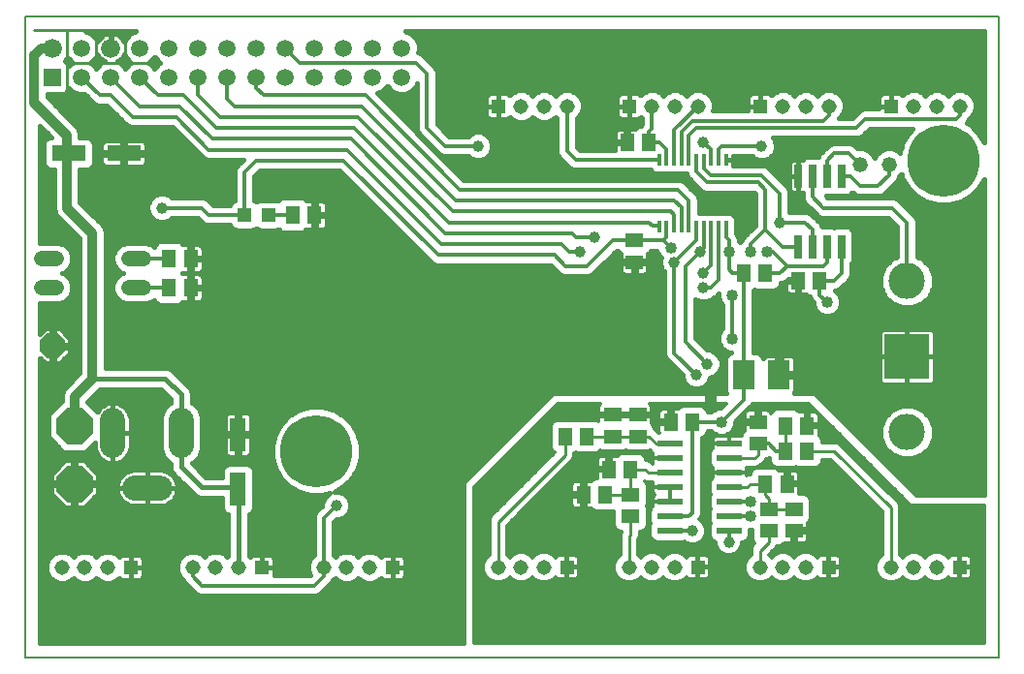
<source format=gtl>
G75*
G70*
%OFA0B0*%
%FSLAX24Y24*%
%IPPOS*%
%LPD*%
%AMOC8*
5,1,8,0,0,1.08239X$1,22.5*
%
%ADD10R,0.0472X0.0472*%
%ADD11R,0.0512X0.0630*%
%ADD12C,0.0050*%
%ADD13R,0.0594X0.0594*%
%ADD14C,0.0660*%
%ADD15C,0.0594*%
%ADD16C,0.0000*%
%ADD17R,0.0260X0.0800*%
%ADD18C,0.0520*%
%ADD19R,0.0512X0.0591*%
%ADD20R,0.0120X0.0390*%
%ADD21R,0.0591X0.0512*%
%ADD22R,0.1560X0.1560*%
%ADD23C,0.1250*%
%ADD24R,0.0866X0.0236*%
%ADD25C,0.0860*%
%ADD26C,0.0520*%
%ADD27R,0.0630X0.0512*%
%ADD28R,0.0515X0.0515*%
%ADD29C,0.0515*%
%ADD30R,0.0551X0.1181*%
%ADD31R,0.1181X0.0551*%
%ADD32OC8,0.0850*%
%ADD33OC8,0.1250*%
%ADD34R,0.0768X0.0984*%
%ADD35C,0.0160*%
%ADD36C,0.0100*%
%ADD37C,0.0396*%
%ADD38C,0.0120*%
%ADD39C,0.0400*%
%ADD40C,0.0240*%
%ADD41C,0.0400*%
%ADD42C,0.0320*%
%ADD43C,0.2480*%
D10*
X007689Y015621D03*
X008515Y015621D03*
D11*
X009353Y015621D03*
X010101Y015621D03*
X005851Y014121D03*
X005103Y014121D03*
X005103Y013121D03*
X005851Y013121D03*
X018728Y007996D03*
X019476Y007996D03*
X019353Y005996D03*
X020101Y005996D03*
X026290Y007496D03*
X027038Y007496D03*
X027038Y008371D03*
X026290Y008371D03*
X025601Y013621D03*
X024853Y013621D03*
D12*
X000157Y022448D02*
X000157Y000401D01*
X033622Y000401D01*
X033622Y022448D01*
X000157Y022448D01*
D13*
X001102Y020371D03*
D14*
X001102Y021371D03*
X003102Y021371D03*
D15*
X004102Y021371D03*
X005102Y021371D03*
X006102Y021371D03*
X007102Y021371D03*
X008102Y021371D03*
X009102Y021371D03*
X010102Y021371D03*
X011102Y021371D03*
X012102Y021371D03*
X013102Y021371D03*
X013102Y020371D03*
X012102Y020371D03*
X011102Y020371D03*
X010102Y020371D03*
X009102Y020371D03*
X008102Y020371D03*
X007102Y020371D03*
X006102Y020371D03*
X005102Y020371D03*
X004102Y020371D03*
X003102Y020371D03*
X002102Y020371D03*
X002102Y021371D03*
D16*
X009573Y007496D02*
X009575Y007544D01*
X009581Y007592D01*
X009591Y007639D01*
X009604Y007685D01*
X009622Y007730D01*
X009642Y007774D01*
X009667Y007816D01*
X009695Y007855D01*
X009725Y007892D01*
X009759Y007926D01*
X009796Y007958D01*
X009834Y007987D01*
X009875Y008012D01*
X009918Y008034D01*
X009963Y008052D01*
X010009Y008066D01*
X010056Y008077D01*
X010104Y008084D01*
X010152Y008087D01*
X010200Y008086D01*
X010248Y008081D01*
X010296Y008072D01*
X010342Y008060D01*
X010387Y008043D01*
X010431Y008023D01*
X010473Y008000D01*
X010513Y007973D01*
X010551Y007943D01*
X010586Y007910D01*
X010618Y007874D01*
X010648Y007836D01*
X010674Y007795D01*
X010696Y007752D01*
X010716Y007708D01*
X010731Y007663D01*
X010743Y007616D01*
X010751Y007568D01*
X010755Y007520D01*
X010755Y007472D01*
X010751Y007424D01*
X010743Y007376D01*
X010731Y007329D01*
X010716Y007284D01*
X010696Y007240D01*
X010674Y007197D01*
X010648Y007156D01*
X010618Y007118D01*
X010586Y007082D01*
X010551Y007049D01*
X010513Y007019D01*
X010473Y006992D01*
X010431Y006969D01*
X010387Y006949D01*
X010342Y006932D01*
X010296Y006920D01*
X010248Y006911D01*
X010200Y006906D01*
X010152Y006905D01*
X010104Y006908D01*
X010056Y006915D01*
X010009Y006926D01*
X009963Y006940D01*
X009918Y006958D01*
X009875Y006980D01*
X009834Y007005D01*
X009796Y007034D01*
X009759Y007066D01*
X009725Y007100D01*
X009695Y007137D01*
X009667Y007176D01*
X009642Y007218D01*
X009622Y007262D01*
X009604Y007307D01*
X009591Y007353D01*
X009581Y007400D01*
X009575Y007448D01*
X009573Y007496D01*
X031136Y017496D02*
X031138Y017544D01*
X031144Y017592D01*
X031154Y017639D01*
X031167Y017685D01*
X031185Y017730D01*
X031205Y017774D01*
X031230Y017816D01*
X031258Y017855D01*
X031288Y017892D01*
X031322Y017926D01*
X031359Y017958D01*
X031397Y017987D01*
X031438Y018012D01*
X031481Y018034D01*
X031526Y018052D01*
X031572Y018066D01*
X031619Y018077D01*
X031667Y018084D01*
X031715Y018087D01*
X031763Y018086D01*
X031811Y018081D01*
X031859Y018072D01*
X031905Y018060D01*
X031950Y018043D01*
X031994Y018023D01*
X032036Y018000D01*
X032076Y017973D01*
X032114Y017943D01*
X032149Y017910D01*
X032181Y017874D01*
X032211Y017836D01*
X032237Y017795D01*
X032259Y017752D01*
X032279Y017708D01*
X032294Y017663D01*
X032306Y017616D01*
X032314Y017568D01*
X032318Y017520D01*
X032318Y017472D01*
X032314Y017424D01*
X032306Y017376D01*
X032294Y017329D01*
X032279Y017284D01*
X032259Y017240D01*
X032237Y017197D01*
X032211Y017156D01*
X032181Y017118D01*
X032149Y017082D01*
X032114Y017049D01*
X032076Y017019D01*
X032036Y016992D01*
X031994Y016969D01*
X031950Y016949D01*
X031905Y016932D01*
X031859Y016920D01*
X031811Y016911D01*
X031763Y016906D01*
X031715Y016905D01*
X031667Y016908D01*
X031619Y016915D01*
X031572Y016926D01*
X031526Y016940D01*
X031481Y016958D01*
X031438Y016980D01*
X031397Y017005D01*
X031359Y017034D01*
X031322Y017066D01*
X031288Y017100D01*
X031258Y017137D01*
X031230Y017176D01*
X031205Y017218D01*
X031185Y017262D01*
X031167Y017307D01*
X031154Y017353D01*
X031144Y017400D01*
X031138Y017448D01*
X031136Y017496D01*
D17*
X028227Y016956D03*
X027727Y016956D03*
X027227Y016956D03*
X026727Y016956D03*
X026727Y014536D03*
X027227Y014536D03*
X027727Y014536D03*
X028227Y014536D03*
D18*
X028852Y017371D03*
X029852Y017371D03*
D19*
X027476Y013371D03*
X026728Y013371D03*
X023101Y008496D03*
X022353Y008496D03*
X020976Y006871D03*
X020228Y006871D03*
X025603Y006371D03*
X026351Y006371D03*
X021601Y018121D03*
X020853Y018121D03*
D20*
X021950Y017520D03*
X022206Y017520D03*
X022462Y017520D03*
X022718Y017520D03*
X022974Y017520D03*
X023230Y017520D03*
X023486Y017520D03*
X023742Y017520D03*
X023998Y017520D03*
X024254Y017520D03*
X024254Y015223D03*
X023998Y015223D03*
X023742Y015223D03*
X023486Y015223D03*
X023230Y015223D03*
X022974Y015223D03*
X022718Y015223D03*
X022462Y015223D03*
X022206Y015223D03*
X021950Y015223D03*
D21*
X021102Y014745D03*
X021102Y013997D03*
X021227Y008745D03*
X021227Y007997D03*
X025352Y007747D03*
X025352Y008495D03*
D22*
X030477Y010746D03*
D23*
X030477Y008146D03*
X030477Y013346D03*
D24*
X024376Y007746D03*
X024376Y007246D03*
X024376Y006746D03*
X024376Y006246D03*
X024376Y005746D03*
X024376Y005246D03*
X024376Y004746D03*
X022328Y004746D03*
X022328Y005246D03*
X022328Y005746D03*
X022328Y006246D03*
X022328Y006746D03*
X022328Y007246D03*
X022328Y007746D03*
D25*
X005533Y007691D02*
X005533Y008551D01*
X003171Y008551D02*
X003171Y007691D01*
X003922Y006232D02*
X004782Y006232D01*
D26*
X004237Y013121D02*
X003717Y013121D01*
X003717Y014121D02*
X004237Y014121D01*
X001237Y014121D02*
X000717Y014121D01*
X000717Y013121D02*
X001237Y013121D01*
D27*
X020352Y008745D03*
X020352Y007997D03*
X020977Y005995D03*
X020977Y005247D03*
X025727Y005495D03*
X026602Y005495D03*
X026602Y004747D03*
X025727Y004747D03*
D28*
X027783Y003496D03*
X032283Y003496D03*
X023283Y003496D03*
X018783Y003496D03*
X012783Y003496D03*
X008283Y003496D03*
X003783Y003496D03*
X016421Y019371D03*
X020921Y019371D03*
X025421Y019371D03*
X029921Y019371D03*
D29*
X030708Y019371D03*
X031496Y019371D03*
X032283Y019371D03*
X027783Y019371D03*
X026996Y019371D03*
X026208Y019371D03*
X023283Y019371D03*
X022496Y019371D03*
X021708Y019371D03*
X018783Y019371D03*
X017996Y019371D03*
X017208Y019371D03*
X017208Y003496D03*
X016421Y003496D03*
X017996Y003496D03*
X020921Y003496D03*
X021708Y003496D03*
X022496Y003496D03*
X025421Y003496D03*
X026208Y003496D03*
X026996Y003496D03*
X029921Y003496D03*
X030708Y003496D03*
X031496Y003496D03*
X011996Y003496D03*
X011208Y003496D03*
X010421Y003496D03*
X007496Y003496D03*
X006708Y003496D03*
X005921Y003496D03*
X002996Y003496D03*
X002208Y003496D03*
X001421Y003496D03*
D30*
X007477Y006177D03*
X007477Y008066D03*
D31*
X003547Y017746D03*
X001657Y017746D03*
D32*
X001102Y011121D03*
D33*
X001852Y008371D03*
X001852Y006371D03*
D34*
X024877Y010121D03*
X026077Y010121D03*
D35*
X026157Y010198D02*
X029517Y010198D01*
X029517Y010040D02*
X026641Y010040D01*
X026641Y010041D02*
X026157Y010041D01*
X026157Y010201D01*
X026641Y010201D01*
X026641Y010637D01*
X026629Y010683D01*
X026605Y010724D01*
X026572Y010758D01*
X026531Y010781D01*
X026485Y010794D01*
X026157Y010794D01*
X026157Y010201D01*
X025997Y010201D01*
X025997Y010794D01*
X025670Y010794D01*
X025624Y010781D01*
X025583Y010758D01*
X025549Y010724D01*
X025531Y010692D01*
X025498Y010772D01*
X025419Y010851D01*
X025316Y010894D01*
X025192Y010894D01*
X025192Y013038D01*
X025227Y013052D01*
X025289Y013026D01*
X025913Y013026D01*
X026015Y013069D01*
X026094Y013148D01*
X026137Y013251D01*
X026137Y013281D01*
X026170Y013281D01*
X026295Y013333D01*
X026381Y013419D01*
X026680Y013419D01*
X026680Y013324D01*
X026292Y013324D01*
X026292Y013052D01*
X026304Y013007D01*
X026328Y012966D01*
X026362Y012932D01*
X026403Y012908D01*
X026448Y012896D01*
X026680Y012896D01*
X026680Y013323D01*
X026776Y013323D01*
X026776Y012896D01*
X027004Y012896D01*
X027061Y012839D01*
X027137Y012808D01*
X027137Y012804D01*
X027189Y012679D01*
X027247Y012621D01*
X027247Y012526D01*
X027320Y012350D01*
X027455Y012215D01*
X027631Y012141D01*
X027822Y012141D01*
X027999Y012215D01*
X028134Y012350D01*
X028207Y012526D01*
X028207Y012717D01*
X028134Y012893D01*
X029685Y012893D01*
X029710Y012834D02*
X029572Y013166D01*
X029572Y013526D01*
X029710Y013859D01*
X029964Y014114D01*
X030137Y014185D01*
X030137Y015231D01*
X029836Y015531D01*
X027534Y015531D01*
X027409Y015583D01*
X027314Y015679D01*
X027314Y015679D01*
X026939Y016054D01*
X026887Y016179D01*
X026887Y016370D01*
X026881Y016377D01*
X026881Y016376D01*
X026727Y016376D01*
X026727Y016956D01*
X026727Y016956D01*
X026727Y016376D01*
X026573Y016376D01*
X026527Y016389D01*
X026486Y016412D01*
X026453Y016446D01*
X026429Y016487D01*
X026417Y016533D01*
X026417Y016956D01*
X026727Y016956D01*
X026727Y016956D01*
X026417Y016956D01*
X026417Y017380D01*
X026429Y017426D01*
X026453Y017467D01*
X026486Y017500D01*
X026527Y017524D01*
X026573Y017536D01*
X026727Y017536D01*
X026727Y016956D01*
X026727Y016956D01*
X026727Y017536D01*
X026881Y017536D01*
X026881Y017536D01*
X026938Y017594D01*
X027041Y017636D01*
X027413Y017636D01*
X027416Y017635D01*
X027439Y017689D01*
X027534Y017785D01*
X027784Y018035D01*
X027909Y018086D01*
X028545Y018086D01*
X028670Y018035D01*
X028765Y017939D01*
X028765Y017939D01*
X028793Y017911D01*
X028959Y017911D01*
X029158Y017829D01*
X029310Y017677D01*
X029352Y017575D01*
X029394Y017677D01*
X029546Y017829D01*
X029745Y017911D01*
X029959Y017911D01*
X030158Y017829D01*
X030224Y017763D01*
X030310Y018083D01*
X030511Y018430D01*
X030675Y018594D01*
X029180Y018594D01*
X029015Y018429D01*
X028920Y018333D01*
X028795Y018281D01*
X025868Y018281D01*
X025882Y018267D01*
X025955Y018092D01*
X025955Y017901D01*
X025882Y017726D01*
X025748Y017591D01*
X025572Y017518D01*
X025382Y017518D01*
X025206Y017591D01*
X025141Y017656D01*
X024494Y017656D01*
X024494Y017520D01*
X024338Y017520D01*
X024338Y017520D01*
X024494Y017520D01*
X024494Y017336D01*
X025545Y017336D01*
X025670Y017285D01*
X026295Y016660D01*
X026390Y016564D01*
X026442Y016439D01*
X026442Y015711D01*
X027045Y015711D01*
X027170Y015660D01*
X027420Y015410D01*
X027515Y015314D01*
X027556Y015216D01*
X027913Y015216D01*
X027977Y015190D01*
X028041Y015216D01*
X028413Y015216D01*
X028516Y015174D01*
X028594Y015095D01*
X028637Y014992D01*
X028637Y014081D01*
X028594Y013978D01*
X028567Y013950D01*
X028567Y013689D01*
X028567Y013689D01*
X028567Y013621D01*
X028567Y013554D01*
X028567Y013554D01*
X028567Y013554D01*
X028541Y013491D01*
X028515Y013429D01*
X028515Y013429D01*
X028468Y013381D01*
X028420Y013333D01*
X028420Y013333D01*
X028170Y013083D01*
X028045Y013031D01*
X028012Y013031D01*
X028012Y013020D01*
X028010Y013017D01*
X028134Y012893D01*
X028093Y013051D02*
X029620Y013051D01*
X029572Y013210D02*
X028296Y013210D01*
X028455Y013368D02*
X029572Y013368D01*
X029572Y013527D02*
X028556Y013527D01*
X028515Y013429D02*
X028515Y013429D01*
X028567Y013685D02*
X029638Y013685D01*
X029703Y013844D02*
X028567Y013844D01*
X028605Y014002D02*
X029853Y014002D01*
X030079Y014161D02*
X028637Y014161D01*
X028637Y014319D02*
X030137Y014319D01*
X030137Y014478D02*
X028637Y014478D01*
X028637Y014636D02*
X030137Y014636D01*
X030137Y014795D02*
X028637Y014795D01*
X028637Y014953D02*
X030137Y014953D01*
X030137Y015112D02*
X028577Y015112D01*
X027533Y015270D02*
X030097Y015270D01*
X029939Y015429D02*
X027400Y015429D01*
X027405Y015587D02*
X027242Y015587D01*
X027247Y015746D02*
X026442Y015746D01*
X026442Y015904D02*
X027088Y015904D01*
X026935Y016063D02*
X026442Y016063D01*
X026442Y016221D02*
X026887Y016221D01*
X026727Y016380D02*
X026727Y016380D01*
X026727Y016538D02*
X026727Y016538D01*
X026727Y016697D02*
X026727Y016697D01*
X026727Y016855D02*
X026727Y016855D01*
X026727Y017014D02*
X026727Y017014D01*
X026727Y017172D02*
X026727Y017172D01*
X026727Y017331D02*
X026727Y017331D01*
X026727Y017489D02*
X026727Y017489D01*
X026475Y017489D02*
X024494Y017489D01*
X024494Y017648D02*
X025149Y017648D01*
X025558Y017331D02*
X026417Y017331D01*
X026417Y017172D02*
X025782Y017172D01*
X025940Y017014D02*
X026417Y017014D01*
X026417Y016855D02*
X026099Y016855D01*
X026257Y016697D02*
X026417Y016697D01*
X026401Y016538D02*
X026417Y016538D01*
X026442Y016380D02*
X026560Y016380D01*
X027678Y016276D02*
X027743Y016211D01*
X030045Y016211D01*
X030170Y016160D01*
X030265Y016064D01*
X030765Y015564D01*
X030817Y015439D01*
X030817Y014185D01*
X030990Y014114D01*
X031244Y013859D01*
X031382Y013526D01*
X031382Y013166D01*
X031244Y012834D01*
X030990Y012579D01*
X030657Y012441D01*
X030297Y012441D01*
X029964Y012579D01*
X029710Y012834D01*
X029809Y012734D02*
X028200Y012734D01*
X028207Y012576D02*
X029972Y012576D01*
X029673Y011706D02*
X029627Y011694D01*
X029586Y011670D01*
X029553Y011637D01*
X029529Y011596D01*
X029517Y011550D01*
X029517Y010746D01*
X029517Y009943D01*
X029529Y009897D01*
X029553Y009856D01*
X029586Y009822D01*
X029627Y009799D01*
X029673Y009786D01*
X030477Y009786D01*
X031281Y009786D01*
X031326Y009799D01*
X031367Y009822D01*
X031401Y009856D01*
X031425Y009897D01*
X031437Y009943D01*
X031437Y010746D01*
X030477Y010746D01*
X030477Y009786D01*
X030477Y010746D01*
X030477Y010746D01*
X030477Y010746D01*
X029517Y010746D01*
X030477Y010746D01*
X030477Y010746D01*
X031437Y010746D01*
X031437Y011550D01*
X031425Y011596D01*
X031401Y011637D01*
X031367Y011670D01*
X031326Y011694D01*
X031281Y011706D01*
X030477Y011706D01*
X030477Y010746D01*
X030477Y010746D01*
X030477Y011706D01*
X029673Y011706D01*
X029546Y011625D02*
X025192Y011625D01*
X025192Y011783D02*
X033117Y011783D01*
X033117Y011625D02*
X031408Y011625D01*
X031437Y011466D02*
X033117Y011466D01*
X033117Y011308D02*
X031437Y011308D01*
X031437Y011149D02*
X033117Y011149D01*
X033117Y010991D02*
X031437Y010991D01*
X031437Y010832D02*
X033117Y010832D01*
X033117Y010674D02*
X031437Y010674D01*
X031437Y010515D02*
X033117Y010515D01*
X033117Y010357D02*
X031437Y010357D01*
X031437Y010198D02*
X033117Y010198D01*
X033117Y010040D02*
X031437Y010040D01*
X031416Y009881D02*
X033117Y009881D01*
X033117Y009723D02*
X026641Y009723D01*
X026641Y009606D02*
X026641Y010041D01*
X026641Y009881D02*
X029538Y009881D01*
X029517Y010357D02*
X026641Y010357D01*
X026641Y010515D02*
X029517Y010515D01*
X029517Y010674D02*
X026631Y010674D01*
X026157Y010674D02*
X025997Y010674D01*
X025997Y010515D02*
X026157Y010515D01*
X026157Y010357D02*
X025997Y010357D01*
X025438Y010832D02*
X029517Y010832D01*
X029517Y010991D02*
X025192Y010991D01*
X025192Y011149D02*
X029517Y011149D01*
X029517Y011308D02*
X025192Y011308D01*
X025192Y011466D02*
X029517Y011466D01*
X030477Y011466D02*
X030477Y011466D01*
X030477Y011308D02*
X030477Y011308D01*
X030477Y011149D02*
X030477Y011149D01*
X030477Y010991D02*
X030477Y010991D01*
X030477Y010832D02*
X030477Y010832D01*
X030477Y010674D02*
X030477Y010674D01*
X030477Y010515D02*
X030477Y010515D01*
X030477Y010357D02*
X030477Y010357D01*
X030477Y010198D02*
X030477Y010198D01*
X030477Y010040D02*
X030477Y010040D01*
X030477Y009881D02*
X030477Y009881D01*
X030657Y009051D02*
X030297Y009051D01*
X029964Y008914D01*
X029710Y008659D01*
X029572Y008326D01*
X029572Y007966D01*
X029710Y007634D01*
X029964Y007379D01*
X030297Y007241D01*
X030657Y007241D01*
X030990Y007379D01*
X031244Y007634D01*
X031382Y007966D01*
X031382Y008326D01*
X031244Y008659D01*
X030990Y008914D01*
X030657Y009051D01*
X030949Y008930D02*
X033117Y008930D01*
X033117Y008772D02*
X031131Y008772D01*
X031263Y008613D02*
X033117Y008613D01*
X033117Y008455D02*
X031329Y008455D01*
X031382Y008296D02*
X033117Y008296D01*
X033117Y008138D02*
X031382Y008138D01*
X031382Y007979D02*
X033117Y007979D01*
X033117Y007821D02*
X031322Y007821D01*
X031256Y007662D02*
X033117Y007662D01*
X033117Y007504D02*
X031114Y007504D01*
X030908Y007345D02*
X033117Y007345D01*
X033117Y007187D02*
X029599Y007187D01*
X029757Y007028D02*
X033117Y007028D01*
X033117Y006870D02*
X029916Y006870D01*
X030074Y006711D02*
X033117Y006711D01*
X033117Y006553D02*
X030233Y006553D01*
X030391Y006394D02*
X033117Y006394D01*
X033117Y006236D02*
X030550Y006236D01*
X030708Y006077D02*
X033117Y006077D01*
X033117Y005996D02*
X030789Y005996D01*
X027289Y009496D01*
X026583Y009496D01*
X026605Y009519D01*
X026629Y009560D01*
X026641Y009606D01*
X026630Y009564D02*
X033117Y009564D01*
X033117Y009406D02*
X027380Y009406D01*
X027538Y009247D02*
X033117Y009247D01*
X033117Y009089D02*
X027697Y009089D01*
X027855Y008930D02*
X030005Y008930D01*
X029823Y008772D02*
X028014Y008772D01*
X028172Y008613D02*
X029691Y008613D01*
X029625Y008455D02*
X028331Y008455D01*
X028489Y008296D02*
X029572Y008296D01*
X029572Y008138D02*
X028648Y008138D01*
X028806Y007979D02*
X029572Y007979D01*
X029632Y007821D02*
X028965Y007821D01*
X029123Y007662D02*
X029698Y007662D01*
X029840Y007504D02*
X029282Y007504D01*
X029440Y007345D02*
X030046Y007345D01*
X033117Y005996D02*
X033117Y016863D01*
X032943Y016563D01*
X032660Y016280D01*
X032314Y016080D01*
X031927Y015976D01*
X031527Y015976D01*
X031140Y016080D01*
X030794Y016280D01*
X030511Y016563D01*
X030310Y016910D01*
X030277Y017033D01*
X030192Y016948D01*
X030192Y016929D01*
X030140Y016804D01*
X029670Y016333D01*
X029545Y016281D01*
X028784Y016281D01*
X028659Y016333D01*
X028594Y016398D01*
X028594Y016398D01*
X028516Y016319D01*
X028413Y016276D01*
X028041Y016276D01*
X027977Y016303D01*
X027913Y016276D01*
X027678Y016276D01*
X027733Y016221D02*
X030895Y016221D01*
X030694Y016380D02*
X029716Y016380D01*
X029875Y016538D02*
X030535Y016538D01*
X030433Y016697D02*
X030033Y016697D01*
X030162Y016855D02*
X030342Y016855D01*
X030282Y017014D02*
X030258Y017014D01*
X030236Y017806D02*
X030181Y017806D01*
X030279Y017965D02*
X028739Y017965D01*
X028796Y018282D02*
X030425Y018282D01*
X030334Y018123D02*
X025942Y018123D01*
X025955Y017965D02*
X027715Y017965D01*
X027556Y017806D02*
X025916Y017806D01*
X025805Y017648D02*
X027422Y017648D01*
X028133Y018961D02*
X028239Y019067D01*
X028321Y019265D01*
X028321Y019478D01*
X028239Y019676D01*
X028088Y019827D01*
X027890Y019909D01*
X027676Y019909D01*
X027479Y019827D01*
X027389Y019738D01*
X027300Y019827D01*
X027103Y019909D01*
X026889Y019909D01*
X026691Y019827D01*
X026602Y019738D01*
X026513Y019827D01*
X026315Y019909D01*
X026101Y019909D01*
X025904Y019827D01*
X025819Y019743D01*
X025789Y019773D01*
X025748Y019797D01*
X025702Y019809D01*
X025421Y019809D01*
X025421Y019371D01*
X024983Y019371D01*
X024983Y019211D01*
X023799Y019211D01*
X023821Y019265D01*
X023821Y019478D01*
X023739Y019676D01*
X023588Y019827D01*
X023390Y019909D01*
X023176Y019909D01*
X022979Y019827D01*
X022889Y019738D01*
X022800Y019827D01*
X022603Y019909D01*
X022389Y019909D01*
X022191Y019827D01*
X022102Y019738D01*
X022013Y019827D01*
X021815Y019909D01*
X021601Y019909D01*
X021404Y019827D01*
X021319Y019743D01*
X021289Y019773D01*
X021248Y019797D01*
X021202Y019809D01*
X020921Y019809D01*
X020921Y019371D01*
X020921Y018934D01*
X021202Y018934D01*
X021248Y018946D01*
X021289Y018970D01*
X021319Y019000D01*
X021368Y018951D01*
X021368Y018744D01*
X021321Y018697D01*
X021289Y018697D01*
X021186Y018654D01*
X021129Y018597D01*
X020901Y018597D01*
X020901Y018169D01*
X020805Y018169D01*
X020805Y018074D01*
X020417Y018074D01*
X020417Y017860D01*
X019219Y017860D01*
X019123Y017956D01*
X019123Y018951D01*
X019239Y019067D01*
X019321Y019265D01*
X019321Y019478D01*
X019239Y019676D01*
X019088Y019827D01*
X018890Y019909D01*
X018676Y019909D01*
X018479Y019827D01*
X018389Y019738D01*
X018300Y019827D01*
X018103Y019909D01*
X017889Y019909D01*
X017691Y019827D01*
X017602Y019738D01*
X017513Y019827D01*
X017315Y019909D01*
X017101Y019909D01*
X016904Y019827D01*
X016819Y019743D01*
X016789Y019773D01*
X016748Y019797D01*
X016702Y019809D01*
X016421Y019809D01*
X016421Y019371D01*
X016421Y018934D01*
X016702Y018934D01*
X016748Y018946D01*
X016789Y018970D01*
X016819Y019000D01*
X016904Y018916D01*
X017101Y018834D01*
X017315Y018834D01*
X017513Y018916D01*
X017691Y018916D01*
X017889Y018834D01*
X018103Y018834D01*
X018300Y018916D01*
X018389Y019005D01*
X018443Y018951D01*
X018443Y017748D01*
X018495Y017623D01*
X018886Y017232D01*
X019011Y017180D01*
X021647Y017180D01*
X021653Y017167D01*
X021732Y017088D01*
X021835Y017045D01*
X022066Y017045D01*
X022078Y017050D01*
X022091Y017045D01*
X022322Y017045D01*
X022334Y017050D01*
X022347Y017045D01*
X022578Y017045D01*
X022590Y017050D01*
X022602Y017045D01*
X022834Y017045D01*
X022846Y017050D01*
X022858Y017045D01*
X022891Y017045D01*
X022939Y016929D01*
X023034Y016833D01*
X023409Y016458D01*
X023534Y016406D01*
X025211Y016406D01*
X025262Y016356D01*
X025262Y015262D01*
X024909Y014910D01*
X024814Y014814D01*
X024777Y014725D01*
X024727Y014675D01*
X024692Y014710D01*
X024692Y014814D01*
X024640Y014939D01*
X024594Y014986D01*
X024594Y015473D01*
X024551Y015576D01*
X024472Y015655D01*
X024369Y015698D01*
X024138Y015698D01*
X024126Y015693D01*
X024113Y015698D01*
X023882Y015698D01*
X023870Y015693D01*
X023857Y015698D01*
X023626Y015698D01*
X023614Y015693D01*
X023602Y015698D01*
X023370Y015698D01*
X023358Y015693D01*
X023346Y015698D01*
X023317Y015698D01*
X023317Y016189D01*
X023265Y016314D01*
X023170Y016410D01*
X022795Y016785D01*
X022670Y016836D01*
X015243Y016836D01*
X012265Y019815D01*
X012429Y019882D01*
X012591Y020045D01*
X012602Y020071D01*
X012613Y020045D01*
X012775Y019882D01*
X012987Y019795D01*
X013217Y019795D01*
X013429Y019882D01*
X013591Y020045D01*
X013637Y020156D01*
X013637Y018554D01*
X013689Y018429D01*
X014314Y017804D01*
X014409Y017708D01*
X014534Y017656D01*
X015391Y017656D01*
X015456Y017591D01*
X015632Y017518D01*
X015822Y017518D01*
X015998Y017591D01*
X016132Y017726D01*
X016205Y017901D01*
X016205Y018092D01*
X016132Y018267D01*
X015998Y018402D01*
X015822Y018475D01*
X015632Y018475D01*
X015456Y018402D01*
X015391Y018336D01*
X014743Y018336D01*
X014317Y018762D01*
X014317Y020564D01*
X014265Y020689D01*
X014170Y020785D01*
X013795Y021160D01*
X013670Y021211D01*
X013660Y021211D01*
X013679Y021257D01*
X013679Y021486D01*
X013591Y021698D01*
X013429Y021860D01*
X013229Y021943D01*
X033117Y021943D01*
X033117Y018130D01*
X032943Y018430D01*
X032660Y018713D01*
X032511Y018799D01*
X032571Y018860D01*
X032599Y018928D01*
X032739Y019067D01*
X032821Y019265D01*
X032821Y019478D01*
X032739Y019676D01*
X032588Y019827D01*
X032390Y019909D01*
X032176Y019909D01*
X031979Y019827D01*
X031889Y019738D01*
X031800Y019827D01*
X031603Y019909D01*
X031389Y019909D01*
X031191Y019827D01*
X031102Y019738D01*
X031013Y019827D01*
X030815Y019909D01*
X030601Y019909D01*
X030404Y019827D01*
X030319Y019743D01*
X030289Y019773D01*
X030248Y019797D01*
X030202Y019809D01*
X029921Y019809D01*
X029921Y019371D01*
X029483Y019371D01*
X029483Y019274D01*
X028972Y019274D01*
X028847Y019222D01*
X028586Y018961D01*
X028133Y018961D01*
X028242Y019074D02*
X028699Y019074D01*
X028873Y019233D02*
X028307Y019233D01*
X028321Y019391D02*
X029483Y019391D01*
X029483Y019371D02*
X029921Y019371D01*
X029921Y019371D01*
X029921Y019371D01*
X029921Y019809D01*
X029640Y019809D01*
X029594Y019797D01*
X029553Y019773D01*
X029519Y019739D01*
X029496Y019698D01*
X029483Y019653D01*
X029483Y019371D01*
X029483Y019550D02*
X028291Y019550D01*
X028206Y019708D02*
X029501Y019708D01*
X029921Y019708D02*
X029921Y019708D01*
X029921Y019550D02*
X029921Y019550D01*
X029921Y019391D02*
X029921Y019391D01*
X030500Y019867D02*
X027991Y019867D01*
X027575Y019867D02*
X027204Y019867D01*
X026787Y019867D02*
X026416Y019867D01*
X026000Y019867D02*
X023491Y019867D01*
X023706Y019708D02*
X025001Y019708D01*
X024996Y019698D02*
X024983Y019653D01*
X024983Y019371D01*
X025421Y019371D01*
X025421Y019371D01*
X025421Y019371D01*
X025421Y019809D01*
X025140Y019809D01*
X025094Y019797D01*
X025053Y019773D01*
X025019Y019739D01*
X024996Y019698D01*
X024983Y019550D02*
X023791Y019550D01*
X023821Y019391D02*
X024983Y019391D01*
X024983Y019233D02*
X023807Y019233D01*
X023075Y019867D02*
X022704Y019867D01*
X022287Y019867D02*
X021916Y019867D01*
X021500Y019867D02*
X018991Y019867D01*
X019206Y019708D02*
X020501Y019708D01*
X020496Y019698D02*
X020483Y019653D01*
X020483Y019371D01*
X020483Y019090D01*
X020496Y019044D01*
X020519Y019003D01*
X020553Y018970D01*
X020594Y018946D01*
X020640Y018934D01*
X020921Y018934D01*
X020921Y019371D01*
X020921Y019371D01*
X020483Y019371D01*
X020921Y019371D01*
X020921Y019371D01*
X020921Y019371D01*
X020921Y019809D01*
X020640Y019809D01*
X020594Y019797D01*
X020553Y019773D01*
X020519Y019739D01*
X020496Y019698D01*
X020483Y019550D02*
X019291Y019550D01*
X019321Y019391D02*
X020483Y019391D01*
X020483Y019233D02*
X019307Y019233D01*
X019242Y019074D02*
X020488Y019074D01*
X020921Y019074D02*
X020921Y019074D01*
X020921Y019233D02*
X020921Y019233D01*
X020921Y019391D02*
X020921Y019391D01*
X020921Y019550D02*
X020921Y019550D01*
X020921Y019708D02*
X020921Y019708D01*
X021368Y018916D02*
X019123Y018916D01*
X019123Y018757D02*
X021368Y018757D01*
X021131Y018599D02*
X019123Y018599D01*
X019123Y018440D02*
X020417Y018440D01*
X020417Y018169D01*
X020805Y018169D01*
X020805Y018597D01*
X020573Y018597D01*
X020528Y018584D01*
X020487Y018561D01*
X020453Y018527D01*
X020429Y018486D01*
X020417Y018440D01*
X020417Y018282D02*
X019123Y018282D01*
X019123Y018123D02*
X020805Y018123D01*
X020805Y018282D02*
X020901Y018282D01*
X020901Y018440D02*
X020805Y018440D01*
X020417Y017965D02*
X019123Y017965D01*
X018443Y017965D02*
X016205Y017965D01*
X016192Y018123D02*
X018443Y018123D01*
X018443Y018282D02*
X016118Y018282D01*
X015904Y018440D02*
X018443Y018440D01*
X018443Y018599D02*
X014480Y018599D01*
X014322Y018757D02*
X018443Y018757D01*
X018443Y018916D02*
X018300Y018916D01*
X017691Y018916D02*
X017602Y019005D01*
X017513Y018916D01*
X016904Y018916D02*
X014317Y018916D01*
X014317Y019074D02*
X015988Y019074D01*
X015983Y019090D02*
X015996Y019044D01*
X016019Y019003D01*
X016053Y018970D01*
X016094Y018946D01*
X016140Y018934D01*
X016421Y018934D01*
X016421Y019371D01*
X016421Y019371D01*
X015983Y019371D01*
X015983Y019090D01*
X015983Y019233D02*
X014317Y019233D01*
X014317Y019391D02*
X015983Y019391D01*
X015983Y019371D02*
X016421Y019371D01*
X016421Y019371D01*
X016421Y019371D01*
X016421Y019809D01*
X016140Y019809D01*
X016094Y019797D01*
X016053Y019773D01*
X016019Y019739D01*
X015996Y019698D01*
X015983Y019653D01*
X015983Y019371D01*
X015983Y019550D02*
X014317Y019550D01*
X014317Y019708D02*
X016001Y019708D01*
X016421Y019708D02*
X016421Y019708D01*
X016421Y019550D02*
X016421Y019550D01*
X016421Y019391D02*
X016421Y019391D01*
X016421Y019233D02*
X016421Y019233D01*
X016421Y019074D02*
X016421Y019074D01*
X017000Y019867D02*
X014317Y019867D01*
X014317Y020025D02*
X033117Y020025D01*
X033117Y019867D02*
X032491Y019867D01*
X032706Y019708D02*
X033117Y019708D01*
X033117Y019550D02*
X032791Y019550D01*
X032821Y019391D02*
X033117Y019391D01*
X033117Y019233D02*
X032807Y019233D01*
X032742Y019074D02*
X033117Y019074D01*
X033117Y018916D02*
X032595Y018916D01*
X032583Y018757D02*
X033117Y018757D01*
X033117Y018599D02*
X032774Y018599D01*
X032933Y018440D02*
X033117Y018440D01*
X033117Y018282D02*
X033029Y018282D01*
X033112Y016855D02*
X033117Y016855D01*
X033117Y016697D02*
X033021Y016697D01*
X033117Y016538D02*
X032919Y016538D01*
X032760Y016380D02*
X033117Y016380D01*
X033117Y016221D02*
X032559Y016221D01*
X032251Y016063D02*
X033117Y016063D01*
X033117Y015904D02*
X030425Y015904D01*
X030583Y015746D02*
X033117Y015746D01*
X033117Y015587D02*
X030742Y015587D01*
X030817Y015429D02*
X033117Y015429D01*
X033117Y015270D02*
X030817Y015270D01*
X030817Y015112D02*
X033117Y015112D01*
X033117Y014953D02*
X030817Y014953D01*
X030817Y014795D02*
X033117Y014795D01*
X033117Y014636D02*
X030817Y014636D01*
X030817Y014478D02*
X033117Y014478D01*
X033117Y014319D02*
X030817Y014319D01*
X030875Y014161D02*
X033117Y014161D01*
X033117Y014002D02*
X031101Y014002D01*
X031250Y013844D02*
X033117Y013844D01*
X033117Y013685D02*
X031316Y013685D01*
X031382Y013527D02*
X033117Y013527D01*
X033117Y013368D02*
X031382Y013368D01*
X031382Y013210D02*
X033117Y013210D01*
X033117Y013051D02*
X031334Y013051D01*
X031269Y012893D02*
X033117Y012893D01*
X033117Y012734D02*
X031145Y012734D01*
X030982Y012576D02*
X033117Y012576D01*
X033117Y012417D02*
X028162Y012417D01*
X028043Y012259D02*
X033117Y012259D01*
X033117Y012100D02*
X025192Y012100D01*
X025192Y011942D02*
X033117Y011942D01*
X030477Y011625D02*
X030477Y011625D01*
X027411Y012259D02*
X025192Y012259D01*
X025192Y012417D02*
X027292Y012417D01*
X027247Y012576D02*
X025192Y012576D01*
X025192Y012734D02*
X027166Y012734D01*
X027007Y012893D02*
X025192Y012893D01*
X025225Y013051D02*
X025229Y013051D01*
X025973Y013051D02*
X026292Y013051D01*
X026292Y013210D02*
X026120Y013210D01*
X026330Y013368D02*
X026680Y013368D01*
X026680Y013210D02*
X026776Y013210D01*
X026776Y013051D02*
X026680Y013051D01*
X024806Y014795D02*
X024692Y014795D01*
X024626Y014953D02*
X024953Y014953D01*
X025112Y015112D02*
X024594Y015112D01*
X024594Y015270D02*
X025262Y015270D01*
X025262Y015429D02*
X024594Y015429D01*
X024540Y015587D02*
X025262Y015587D01*
X025262Y015746D02*
X023317Y015746D01*
X023317Y015904D02*
X025262Y015904D01*
X025262Y016063D02*
X023317Y016063D01*
X023304Y016221D02*
X025262Y016221D01*
X025238Y016380D02*
X023199Y016380D01*
X023329Y016538D02*
X023041Y016538D01*
X023171Y016697D02*
X022882Y016697D01*
X023012Y016855D02*
X015224Y016855D01*
X015065Y017014D02*
X022903Y017014D01*
X021651Y017172D02*
X014907Y017172D01*
X014748Y017331D02*
X018787Y017331D01*
X018628Y017489D02*
X014590Y017489D01*
X014431Y017648D02*
X015399Y017648D01*
X016055Y017648D02*
X018484Y017648D01*
X018443Y017806D02*
X016166Y017806D01*
X015550Y018440D02*
X014639Y018440D01*
X014153Y017965D02*
X014114Y017965D01*
X013994Y018123D02*
X013956Y018123D01*
X013836Y018282D02*
X013797Y018282D01*
X013684Y018440D02*
X013639Y018440D01*
X013637Y018599D02*
X013480Y018599D01*
X013637Y018757D02*
X013322Y018757D01*
X013163Y018916D02*
X013637Y018916D01*
X013637Y019074D02*
X013005Y019074D01*
X012846Y019233D02*
X013637Y019233D01*
X013637Y019391D02*
X012688Y019391D01*
X012529Y019550D02*
X013637Y019550D01*
X013637Y019708D02*
X012371Y019708D01*
X012391Y019867D02*
X012812Y019867D01*
X012632Y020025D02*
X012572Y020025D01*
X013391Y019867D02*
X013637Y019867D01*
X013637Y020025D02*
X013572Y020025D01*
X014317Y020184D02*
X033117Y020184D01*
X033117Y020342D02*
X014317Y020342D01*
X014317Y020501D02*
X033117Y020501D01*
X033117Y020659D02*
X014277Y020659D01*
X014136Y020818D02*
X033117Y020818D01*
X033117Y020976D02*
X013978Y020976D01*
X013819Y021135D02*
X033117Y021135D01*
X033117Y021293D02*
X013679Y021293D01*
X013679Y021452D02*
X033117Y021452D01*
X033117Y021610D02*
X013627Y021610D01*
X013520Y021769D02*
X033117Y021769D01*
X033117Y021927D02*
X013267Y021927D01*
X017416Y019867D02*
X017787Y019867D01*
X018204Y019867D02*
X018575Y019867D01*
X014311Y017806D02*
X014273Y017806D01*
X012055Y016063D02*
X010485Y016063D01*
X010501Y016047D02*
X010467Y016080D01*
X010426Y016104D01*
X010381Y016116D01*
X010149Y016116D01*
X010149Y015669D01*
X010537Y015669D01*
X010537Y015960D01*
X010525Y016006D01*
X010501Y016047D01*
X010537Y015904D02*
X012213Y015904D01*
X012372Y015746D02*
X010537Y015746D01*
X010537Y015574D02*
X010149Y015574D01*
X010149Y015669D01*
X010053Y015669D01*
X010053Y016116D01*
X009825Y016116D01*
X009767Y016174D01*
X009665Y016216D01*
X009041Y016216D01*
X008938Y016174D01*
X008874Y016110D01*
X008807Y016138D01*
X008223Y016138D01*
X008121Y016095D01*
X008102Y016076D01*
X008083Y016095D01*
X008029Y016118D01*
X008029Y016942D01*
X008243Y017156D01*
X010961Y017156D01*
X014064Y014054D01*
X014159Y013958D01*
X014284Y013906D01*
X018211Y013906D01*
X018439Y013679D01*
X018534Y013583D01*
X018659Y013531D01*
X019545Y013531D01*
X019670Y013583D01*
X020493Y014406D01*
X020538Y014406D01*
X020569Y014331D01*
X020627Y014274D01*
X020627Y014045D01*
X021054Y014045D01*
X021054Y013949D01*
X021054Y013562D01*
X020783Y013562D01*
X020737Y013574D01*
X020696Y013597D01*
X020663Y013631D01*
X020639Y013672D01*
X020627Y013718D01*
X020627Y013949D01*
X021054Y013949D01*
X021150Y013949D01*
X021150Y013562D01*
X021421Y013562D01*
X021467Y013574D01*
X021508Y013597D01*
X021541Y013631D01*
X021565Y013672D01*
X021577Y013718D01*
X021577Y013949D01*
X021150Y013949D01*
X021150Y014045D01*
X021577Y014045D01*
X021577Y014274D01*
X021635Y014331D01*
X021665Y014405D01*
X021872Y014405D01*
X021872Y014401D01*
X021945Y014225D01*
X022022Y014148D01*
X021999Y014092D01*
X021999Y013901D01*
X022072Y013726D01*
X022137Y013660D01*
X022137Y010804D01*
X022189Y010679D01*
X022284Y010583D01*
X022749Y010119D01*
X022749Y010026D01*
X022822Y009851D01*
X022956Y009716D01*
X023132Y009643D01*
X023322Y009643D01*
X023498Y009716D01*
X023632Y009851D01*
X023703Y010021D01*
X023873Y010091D01*
X024007Y010226D01*
X024080Y010401D01*
X024080Y010592D01*
X024007Y010767D01*
X023873Y010902D01*
X023697Y010975D01*
X023605Y010975D01*
X023192Y011387D01*
X023192Y012730D01*
X023206Y012716D01*
X023382Y012643D01*
X023572Y012643D01*
X023748Y012716D01*
X023826Y012795D01*
X023920Y012833D01*
X023997Y012911D01*
X023997Y012776D01*
X024070Y012600D01*
X024137Y012533D01*
X024137Y011710D01*
X024070Y011643D01*
X023997Y011467D01*
X023997Y011276D01*
X024070Y011100D01*
X024205Y010965D01*
X024381Y010891D01*
X024432Y010891D01*
X024334Y010851D01*
X024255Y010772D01*
X024213Y010669D01*
X024213Y009574D01*
X024245Y009496D01*
X018289Y009496D01*
X015227Y006434D01*
X015227Y000906D01*
X000662Y000906D01*
X000662Y010706D01*
X000851Y010516D01*
X001052Y010516D01*
X001052Y011071D01*
X001152Y011071D01*
X001152Y010516D01*
X001353Y010516D01*
X001707Y010871D01*
X001707Y011071D01*
X001152Y011071D01*
X001152Y011171D01*
X001707Y011171D01*
X001707Y011372D01*
X001353Y011726D01*
X001152Y011726D01*
X001152Y011171D01*
X001052Y011171D01*
X001052Y011726D01*
X000851Y011726D01*
X000662Y011537D01*
X000662Y012581D01*
X001344Y012581D01*
X001543Y012664D01*
X001695Y012816D01*
X001777Y013014D01*
X001777Y013229D01*
X001695Y013427D01*
X001543Y013579D01*
X001441Y013621D01*
X001543Y013664D01*
X001695Y013816D01*
X001777Y014014D01*
X001777Y014229D01*
X001695Y014427D01*
X001543Y014579D01*
X001344Y014661D01*
X000662Y014661D01*
X000662Y018689D01*
X001049Y018302D01*
X001011Y018302D01*
X000908Y018259D01*
X000829Y018181D01*
X000787Y018078D01*
X000787Y017415D01*
X000829Y017312D01*
X000908Y017233D01*
X001011Y017191D01*
X001162Y017191D01*
X001162Y015784D01*
X001229Y015622D01*
X001353Y015498D01*
X002037Y014814D01*
X002037Y010179D01*
X001479Y009621D01*
X001412Y009459D01*
X001412Y009211D01*
X000947Y008746D01*
X000947Y007997D01*
X001477Y007466D01*
X002227Y007466D01*
X002561Y007800D01*
X002561Y007643D01*
X002576Y007549D01*
X002606Y007457D01*
X002649Y007372D01*
X002706Y007294D01*
X002773Y007226D01*
X002851Y007170D01*
X002937Y007126D01*
X003028Y007096D01*
X003123Y007081D01*
X003171Y007081D01*
X003219Y007081D01*
X003314Y007096D01*
X003405Y007126D01*
X003491Y007170D01*
X003568Y007226D01*
X003636Y007294D01*
X003693Y007372D01*
X003736Y007457D01*
X003766Y007549D01*
X003781Y007643D01*
X003781Y008121D01*
X003171Y008121D01*
X003171Y007081D01*
X003171Y008121D01*
X003171Y008121D01*
X003171Y008121D01*
X003781Y008121D01*
X003781Y008599D01*
X003766Y008694D01*
X003736Y008786D01*
X003693Y008871D01*
X003636Y008949D01*
X003568Y009017D01*
X003491Y009073D01*
X003405Y009117D01*
X003314Y009146D01*
X003219Y009161D01*
X003171Y009161D01*
X003171Y008121D01*
X003171Y008121D01*
X003171Y009161D01*
X003123Y009161D01*
X003028Y009146D01*
X002937Y009117D01*
X002851Y009073D01*
X002773Y009017D01*
X002706Y008949D01*
X002649Y008871D01*
X002643Y008860D01*
X002303Y009200D01*
X002726Y009623D01*
X002739Y009636D01*
X004828Y009636D01*
X005173Y009291D01*
X005173Y009171D01*
X005131Y009153D01*
X004931Y008954D01*
X004823Y008693D01*
X004823Y007550D01*
X004931Y007289D01*
X005131Y007090D01*
X005173Y007072D01*
X005173Y006869D01*
X005228Y006736D01*
X005922Y006043D01*
X006023Y005941D01*
X006155Y005886D01*
X006921Y005886D01*
X006921Y005530D01*
X006964Y005427D01*
X007043Y005349D01*
X007136Y005310D01*
X007136Y003897D01*
X007102Y003863D01*
X007013Y003952D01*
X006815Y004034D01*
X006601Y004034D01*
X006404Y003952D01*
X006315Y003863D01*
X006225Y003952D01*
X006028Y004034D01*
X005814Y004034D01*
X005616Y003952D01*
X005465Y003801D01*
X005383Y003603D01*
X005383Y003390D01*
X005465Y003192D01*
X005605Y003053D01*
X005633Y002985D01*
X005728Y002889D01*
X005728Y002889D01*
X005939Y002679D01*
X006034Y002583D01*
X006159Y002531D01*
X010170Y002531D01*
X010295Y002583D01*
X010709Y002998D01*
X010728Y003044D01*
X010815Y003130D01*
X010904Y003041D01*
X011101Y002959D01*
X011315Y002959D01*
X011513Y003041D01*
X011602Y003130D01*
X011691Y003041D01*
X011889Y002959D01*
X012103Y002959D01*
X012300Y003041D01*
X012385Y003125D01*
X012415Y003095D01*
X012456Y003071D01*
X012502Y003059D01*
X012783Y003059D01*
X012783Y003496D01*
X012783Y003496D01*
X012783Y003059D01*
X013064Y003059D01*
X013110Y003071D01*
X013151Y003095D01*
X013185Y003128D01*
X013208Y003169D01*
X013221Y003215D01*
X013221Y003496D01*
X012783Y003496D01*
X012783Y003496D01*
X013221Y003496D01*
X013221Y003778D01*
X013208Y003823D01*
X013185Y003864D01*
X013151Y003898D01*
X013110Y003922D01*
X013064Y003934D01*
X012783Y003934D01*
X012502Y003934D01*
X012456Y003922D01*
X012415Y003898D01*
X012385Y003868D01*
X012300Y003952D01*
X012103Y004034D01*
X011889Y004034D01*
X011691Y003952D01*
X011602Y003863D01*
X011513Y003952D01*
X011315Y004034D01*
X011101Y004034D01*
X010904Y003952D01*
X010815Y003863D01*
X010761Y003917D01*
X010761Y005050D01*
X010855Y005143D01*
X010947Y005143D01*
X011123Y005216D01*
X011257Y005351D01*
X011330Y005526D01*
X011330Y005717D01*
X011257Y005892D01*
X011123Y006027D01*
X010947Y006100D01*
X010785Y006100D01*
X011098Y006280D01*
X011381Y006563D01*
X011581Y006910D01*
X011685Y007296D01*
X011685Y007697D01*
X011581Y008083D01*
X011381Y008430D01*
X011098Y008713D01*
X010751Y008913D01*
X010365Y009017D01*
X009964Y009017D01*
X009578Y008913D01*
X009231Y008713D01*
X008948Y008430D01*
X008748Y008083D01*
X008644Y007697D01*
X008644Y007296D01*
X008748Y006910D01*
X008948Y006563D01*
X009231Y006280D01*
X009578Y006080D01*
X009964Y005976D01*
X010365Y005976D01*
X010633Y006048D01*
X010581Y006027D01*
X010447Y005892D01*
X010374Y005717D01*
X010374Y005624D01*
X010133Y005383D01*
X010081Y005258D01*
X010081Y003917D01*
X009965Y003801D01*
X009883Y003603D01*
X009883Y003390D01*
X009957Y003211D01*
X008720Y003211D01*
X008721Y003215D01*
X008721Y003496D01*
X008283Y003496D01*
X008283Y003496D01*
X008721Y003496D01*
X008721Y003778D01*
X008708Y003823D01*
X008685Y003864D01*
X008651Y003898D01*
X008610Y003922D01*
X008564Y003934D01*
X008283Y003934D01*
X008002Y003934D01*
X007956Y003922D01*
X007915Y003898D01*
X007885Y003868D01*
X007856Y003897D01*
X007856Y005326D01*
X007911Y005349D01*
X007990Y005427D01*
X008033Y005530D01*
X008033Y006823D01*
X007990Y006926D01*
X007911Y007004D01*
X007808Y007047D01*
X007146Y007047D01*
X007043Y007004D01*
X006964Y006926D01*
X006921Y006823D01*
X006921Y006606D01*
X006376Y006606D01*
X005905Y007077D01*
X005935Y007090D01*
X006135Y007289D01*
X006243Y007550D01*
X006243Y008693D01*
X006135Y008954D01*
X005935Y009153D01*
X005893Y009171D01*
X005893Y009512D01*
X005838Y009644D01*
X005737Y009746D01*
X005181Y010302D01*
X005049Y010356D01*
X002917Y010356D01*
X002917Y015084D01*
X002850Y015246D01*
X002042Y016054D01*
X002042Y017191D01*
X002303Y017191D01*
X002406Y017233D01*
X002485Y017312D01*
X002528Y017415D01*
X002528Y018078D01*
X002485Y018181D01*
X002406Y018259D01*
X002303Y018302D01*
X002042Y018302D01*
X002042Y018459D01*
X001975Y018621D01*
X000917Y019679D01*
X000917Y019795D01*
X001455Y019795D01*
X001557Y019837D01*
X001636Y019916D01*
X001667Y019991D01*
X001775Y019882D01*
X001987Y019795D01*
X002198Y019795D01*
X002439Y019554D01*
X002534Y019458D01*
X002659Y019406D01*
X002961Y019406D01*
X003564Y018804D01*
X003659Y018708D01*
X003784Y018656D01*
X005211Y018656D01*
X006189Y017679D01*
X006284Y017583D01*
X006409Y017531D01*
X007656Y017531D01*
X007400Y017276D01*
X007349Y017151D01*
X007349Y016118D01*
X007294Y016095D01*
X007215Y016016D01*
X007192Y015961D01*
X006618Y015961D01*
X006420Y016160D01*
X006295Y016211D01*
X005188Y016211D01*
X005123Y016277D01*
X004947Y016350D01*
X004757Y016350D01*
X004581Y016277D01*
X004447Y016142D01*
X004374Y015967D01*
X004374Y015776D01*
X004447Y015601D01*
X004581Y015466D01*
X004757Y015393D01*
X004947Y015393D01*
X005123Y015466D01*
X005188Y015531D01*
X006086Y015531D01*
X006189Y015429D01*
X006284Y015333D01*
X006409Y015281D01*
X007192Y015281D01*
X007215Y015227D01*
X007294Y015148D01*
X007397Y015105D01*
X007980Y015105D01*
X008083Y015148D01*
X008102Y015166D01*
X008121Y015148D01*
X008223Y015105D01*
X008807Y015105D01*
X008874Y015133D01*
X008938Y015069D01*
X009041Y015026D01*
X009665Y015026D01*
X009767Y015069D01*
X009825Y015126D01*
X010053Y015126D01*
X010053Y015573D01*
X010149Y015573D01*
X010149Y015126D01*
X010381Y015126D01*
X010426Y015139D01*
X010467Y015162D01*
X010501Y015196D01*
X010525Y015237D01*
X010537Y015283D01*
X010537Y015574D01*
X010537Y015429D02*
X012689Y015429D01*
X012847Y015270D02*
X010534Y015270D01*
X010149Y015270D02*
X010053Y015270D01*
X010053Y015429D02*
X010149Y015429D01*
X010149Y015587D02*
X012530Y015587D01*
X013006Y015112D02*
X009810Y015112D01*
X010053Y015746D02*
X010149Y015746D01*
X010149Y015904D02*
X010053Y015904D01*
X010053Y016063D02*
X010149Y016063D01*
X011262Y016855D02*
X008029Y016855D01*
X008029Y016697D02*
X011421Y016697D01*
X011579Y016538D02*
X008029Y016538D01*
X008029Y016380D02*
X011738Y016380D01*
X011896Y016221D02*
X008029Y016221D01*
X007349Y016221D02*
X005178Y016221D01*
X004526Y016221D02*
X002042Y016221D01*
X002042Y016063D02*
X004414Y016063D01*
X004374Y015904D02*
X002191Y015904D01*
X002350Y015746D02*
X004386Y015746D01*
X004460Y015587D02*
X002508Y015587D01*
X002667Y015429D02*
X004671Y015429D01*
X005033Y015429D02*
X006189Y015429D01*
X006516Y016063D02*
X007262Y016063D01*
X007349Y016380D02*
X002042Y016380D01*
X002042Y016538D02*
X007349Y016538D01*
X007349Y016697D02*
X002042Y016697D01*
X002042Y016855D02*
X007349Y016855D01*
X007349Y017014D02*
X002042Y017014D01*
X002042Y017172D02*
X007358Y017172D01*
X007456Y017331D02*
X004252Y017331D01*
X004248Y017327D02*
X004281Y017360D01*
X004305Y017401D01*
X004317Y017447D01*
X004317Y017689D01*
X003605Y017689D01*
X003605Y017804D01*
X004317Y017804D01*
X004317Y018046D01*
X004305Y018092D01*
X004281Y018133D01*
X004248Y018166D01*
X004207Y018190D01*
X004161Y018202D01*
X003605Y018202D01*
X003605Y017804D01*
X003489Y017804D01*
X003489Y017689D01*
X002776Y017689D01*
X002776Y017447D01*
X002789Y017401D01*
X002812Y017360D01*
X002846Y017327D01*
X002887Y017303D01*
X002933Y017291D01*
X003489Y017291D01*
X003489Y017689D01*
X003605Y017689D01*
X003605Y017291D01*
X004161Y017291D01*
X004207Y017303D01*
X004248Y017327D01*
X004317Y017489D02*
X007614Y017489D01*
X008100Y017014D02*
X011104Y017014D01*
X008896Y015112D02*
X008824Y015112D01*
X008207Y015112D02*
X007997Y015112D01*
X007380Y015112D02*
X002905Y015112D01*
X002917Y014953D02*
X013164Y014953D01*
X013323Y014795D02*
X002917Y014795D01*
X002917Y014636D02*
X003549Y014636D01*
X003610Y014661D02*
X003411Y014579D01*
X003259Y014427D01*
X003177Y014229D01*
X003177Y014014D01*
X003259Y013816D01*
X003411Y013664D01*
X003513Y013621D01*
X003411Y013579D01*
X003259Y013427D01*
X003177Y013229D01*
X003177Y013014D01*
X003259Y012816D01*
X003411Y012664D01*
X003610Y012581D01*
X004344Y012581D01*
X004543Y012664D01*
X004585Y012706D01*
X004610Y012648D01*
X004688Y012569D01*
X004791Y012526D01*
X005415Y012526D01*
X005517Y012569D01*
X005575Y012626D01*
X005803Y012626D01*
X005803Y013073D01*
X005899Y013073D01*
X005899Y012626D01*
X006131Y012626D01*
X006176Y012639D01*
X006217Y012662D01*
X006251Y012696D01*
X006275Y012737D01*
X006287Y012783D01*
X006287Y013074D01*
X005899Y013074D01*
X005899Y013169D01*
X006287Y013169D01*
X006287Y013460D01*
X006275Y013506D01*
X006251Y013547D01*
X006217Y013580D01*
X006176Y013604D01*
X006131Y013616D01*
X005899Y013616D01*
X005899Y013169D01*
X005803Y013169D01*
X005803Y013616D01*
X005575Y013616D01*
X005570Y013621D01*
X005575Y013626D01*
X005803Y013626D01*
X005803Y014073D01*
X005899Y014073D01*
X005899Y013626D01*
X006131Y013626D01*
X006176Y013639D01*
X006217Y013662D01*
X006251Y013696D01*
X006275Y013737D01*
X006287Y013783D01*
X006287Y014074D01*
X005899Y014074D01*
X005899Y014169D01*
X006287Y014169D01*
X006287Y014460D01*
X006275Y014506D01*
X006251Y014547D01*
X006217Y014580D01*
X006176Y014604D01*
X006131Y014616D01*
X005899Y014616D01*
X005899Y014169D01*
X005803Y014169D01*
X005803Y014616D01*
X005575Y014616D01*
X005517Y014674D01*
X005415Y014716D01*
X004791Y014716D01*
X004688Y014674D01*
X004610Y014595D01*
X004585Y014537D01*
X004543Y014579D01*
X004344Y014661D01*
X003610Y014661D01*
X003310Y014478D02*
X002917Y014478D01*
X002917Y014319D02*
X003215Y014319D01*
X003177Y014161D02*
X002917Y014161D01*
X002917Y014002D02*
X003182Y014002D01*
X003247Y013844D02*
X002917Y013844D01*
X002917Y013685D02*
X003389Y013685D01*
X003359Y013527D02*
X002917Y013527D01*
X002917Y013368D02*
X003235Y013368D01*
X003177Y013210D02*
X002917Y013210D01*
X002917Y013051D02*
X003177Y013051D01*
X003227Y012893D02*
X002917Y012893D01*
X002917Y012734D02*
X003340Y012734D01*
X002917Y012576D02*
X004682Y012576D01*
X005524Y012576D02*
X022137Y012576D01*
X022137Y012734D02*
X006273Y012734D01*
X006287Y012893D02*
X022137Y012893D01*
X022137Y013051D02*
X006287Y013051D01*
X006287Y013210D02*
X022137Y013210D01*
X022137Y013368D02*
X006287Y013368D01*
X006262Y013527D02*
X022137Y013527D01*
X022112Y013685D02*
X021569Y013685D01*
X021577Y013844D02*
X022023Y013844D01*
X021999Y014002D02*
X021150Y014002D01*
X021054Y014002D02*
X020089Y014002D01*
X019930Y013844D02*
X020627Y013844D01*
X020635Y013685D02*
X019772Y013685D01*
X020247Y014161D02*
X020627Y014161D01*
X020581Y014319D02*
X020406Y014319D01*
X021054Y013844D02*
X021150Y013844D01*
X021150Y013685D02*
X021054Y013685D01*
X021577Y014161D02*
X022009Y014161D01*
X021906Y014319D02*
X021623Y014319D01*
X023766Y012734D02*
X024014Y012734D01*
X023997Y012893D02*
X023979Y012893D01*
X024094Y012576D02*
X023192Y012576D01*
X023192Y012417D02*
X024137Y012417D01*
X024137Y012259D02*
X023192Y012259D01*
X023192Y012100D02*
X024137Y012100D01*
X024137Y011942D02*
X023192Y011942D01*
X023192Y011783D02*
X024137Y011783D01*
X024062Y011625D02*
X023192Y011625D01*
X023192Y011466D02*
X023997Y011466D01*
X023997Y011308D02*
X023271Y011308D01*
X023430Y011149D02*
X024049Y011149D01*
X024179Y010991D02*
X023588Y010991D01*
X023942Y010832D02*
X024316Y010832D01*
X024215Y010674D02*
X024046Y010674D01*
X024080Y010515D02*
X024213Y010515D01*
X024213Y010357D02*
X024062Y010357D01*
X023980Y010198D02*
X024213Y010198D01*
X024213Y010040D02*
X023749Y010040D01*
X023645Y009881D02*
X024213Y009881D01*
X024213Y009723D02*
X023505Y009723D01*
X022949Y009723D02*
X005760Y009723D01*
X005871Y009564D02*
X024217Y009564D01*
X022809Y009881D02*
X005601Y009881D01*
X005443Y010040D02*
X022749Y010040D01*
X022669Y010198D02*
X005284Y010198D01*
X004977Y009996D02*
X005533Y009440D01*
X005533Y008121D01*
X005533Y006940D01*
X006227Y006246D01*
X007329Y006246D01*
X007329Y006177D01*
X007477Y006177D01*
X007496Y006177D01*
X007496Y003496D01*
X007856Y004017D02*
X010081Y004017D01*
X010081Y004175D02*
X007856Y004175D01*
X007856Y004334D02*
X010081Y004334D01*
X010081Y004492D02*
X007856Y004492D01*
X007856Y004651D02*
X010081Y004651D01*
X010081Y004809D02*
X007856Y004809D01*
X007856Y004968D02*
X010081Y004968D01*
X010081Y005126D02*
X007856Y005126D01*
X007856Y005285D02*
X010092Y005285D01*
X010193Y005443D02*
X007997Y005443D01*
X008033Y005602D02*
X010352Y005602D01*
X010392Y005760D02*
X008033Y005760D01*
X008033Y005919D02*
X010473Y005919D01*
X011000Y006077D02*
X015227Y006077D01*
X015227Y005919D02*
X011231Y005919D01*
X011312Y005760D02*
X015227Y005760D01*
X015227Y005602D02*
X011330Y005602D01*
X011296Y005443D02*
X015227Y005443D01*
X015227Y005285D02*
X011192Y005285D01*
X010838Y005126D02*
X015227Y005126D01*
X015227Y004968D02*
X010761Y004968D01*
X010761Y004809D02*
X015227Y004809D01*
X015227Y004651D02*
X010761Y004651D01*
X010761Y004492D02*
X015227Y004492D01*
X015227Y004334D02*
X010761Y004334D01*
X010761Y004175D02*
X015227Y004175D01*
X015227Y004017D02*
X012144Y004017D01*
X011848Y004017D02*
X011356Y004017D01*
X011060Y004017D02*
X010761Y004017D01*
X010023Y003858D02*
X008688Y003858D01*
X008721Y003700D02*
X009923Y003700D01*
X009883Y003541D02*
X008721Y003541D01*
X008721Y003383D02*
X009886Y003383D01*
X009952Y003224D02*
X008721Y003224D01*
X008283Y003496D02*
X008283Y003496D01*
X008283Y003934D01*
X008283Y003496D01*
X008283Y003541D02*
X008283Y003541D01*
X008283Y003700D02*
X008283Y003700D01*
X008283Y003858D02*
X008283Y003858D01*
X007136Y004017D02*
X006856Y004017D01*
X006560Y004017D02*
X006069Y004017D01*
X005773Y004017D02*
X003144Y004017D01*
X003103Y004034D02*
X002889Y004034D01*
X002691Y003952D01*
X002602Y003863D01*
X002513Y003952D01*
X002315Y004034D01*
X002101Y004034D01*
X001904Y003952D01*
X001815Y003863D01*
X001725Y003952D01*
X001528Y004034D01*
X001314Y004034D01*
X001116Y003952D01*
X000965Y003801D01*
X000883Y003603D01*
X000883Y003390D01*
X000965Y003192D01*
X001116Y003041D01*
X001314Y002959D01*
X001528Y002959D01*
X001725Y003041D01*
X001815Y003130D01*
X001904Y003041D01*
X002101Y002959D01*
X002315Y002959D01*
X002513Y003041D01*
X002602Y003130D01*
X002691Y003041D01*
X002889Y002959D01*
X003103Y002959D01*
X003300Y003041D01*
X003385Y003125D01*
X003415Y003095D01*
X003456Y003071D01*
X003502Y003059D01*
X003783Y003059D01*
X003783Y003496D01*
X003783Y003496D01*
X003783Y003059D01*
X004064Y003059D01*
X004110Y003071D01*
X004151Y003095D01*
X004185Y003128D01*
X004208Y003169D01*
X004221Y003215D01*
X004221Y003496D01*
X003783Y003496D01*
X003783Y003496D01*
X004221Y003496D01*
X004221Y003778D01*
X004208Y003823D01*
X004185Y003864D01*
X004151Y003898D01*
X004110Y003922D01*
X004064Y003934D01*
X003783Y003934D01*
X003502Y003934D01*
X003456Y003922D01*
X003415Y003898D01*
X003385Y003868D01*
X003300Y003952D01*
X003103Y004034D01*
X002848Y004017D02*
X002356Y004017D01*
X002060Y004017D02*
X001569Y004017D01*
X001273Y004017D02*
X000662Y004017D01*
X000662Y004175D02*
X007136Y004175D01*
X007136Y004334D02*
X000662Y004334D01*
X000662Y004492D02*
X007136Y004492D01*
X007136Y004651D02*
X000662Y004651D01*
X000662Y004809D02*
X007136Y004809D01*
X007136Y004968D02*
X000662Y004968D01*
X000662Y005126D02*
X007136Y005126D01*
X007136Y005285D02*
X000662Y005285D01*
X000662Y005443D02*
X006957Y005443D01*
X006921Y005602D02*
X002221Y005602D01*
X002185Y005566D02*
X002657Y006038D01*
X002657Y006321D01*
X001902Y006321D01*
X001902Y005566D01*
X002185Y005566D01*
X002379Y005760D02*
X003533Y005760D01*
X003525Y005766D02*
X003602Y005710D01*
X003688Y005666D01*
X003779Y005637D01*
X003874Y005622D01*
X004352Y005622D01*
X004830Y005622D01*
X004925Y005637D01*
X005016Y005666D01*
X005102Y005710D01*
X005179Y005766D01*
X005247Y005834D01*
X005304Y005912D01*
X005347Y005998D01*
X005377Y006089D01*
X005392Y006184D01*
X005392Y006232D01*
X005392Y006280D01*
X005377Y006375D01*
X005347Y006466D01*
X005304Y006551D01*
X005247Y006629D01*
X005179Y006697D01*
X005102Y006753D01*
X005016Y006797D01*
X004925Y006827D01*
X004830Y006842D01*
X004352Y006842D01*
X004352Y006232D01*
X004352Y006232D01*
X004352Y006842D01*
X003874Y006842D01*
X003779Y006827D01*
X003688Y006797D01*
X003602Y006753D01*
X003525Y006697D01*
X003457Y006629D01*
X003400Y006551D01*
X003357Y006466D01*
X003327Y006375D01*
X003312Y006280D01*
X003312Y006232D01*
X004352Y006232D01*
X005392Y006232D01*
X004352Y006232D01*
X004352Y006232D01*
X004352Y006232D01*
X003312Y006232D01*
X003312Y006184D01*
X003327Y006089D01*
X003357Y005998D01*
X003400Y005912D01*
X003457Y005834D01*
X003525Y005766D01*
X003397Y005919D02*
X002538Y005919D01*
X002657Y006077D02*
X003331Y006077D01*
X003312Y006236D02*
X002657Y006236D01*
X002657Y006421D02*
X002657Y006705D01*
X002185Y007176D01*
X001902Y007176D01*
X001902Y006421D01*
X002657Y006421D01*
X002657Y006553D02*
X003401Y006553D01*
X003333Y006394D02*
X001902Y006394D01*
X001902Y006421D02*
X001902Y006321D01*
X001802Y006321D01*
X001802Y005566D01*
X001519Y005566D01*
X001047Y006038D01*
X001047Y006321D01*
X001802Y006321D01*
X001802Y006421D01*
X001047Y006421D01*
X001047Y006705D01*
X001519Y007176D01*
X001802Y007176D01*
X001802Y006421D01*
X001902Y006421D01*
X001802Y006394D02*
X000662Y006394D01*
X000662Y006236D02*
X001047Y006236D01*
X001047Y006077D02*
X000662Y006077D01*
X000662Y005919D02*
X001166Y005919D01*
X001325Y005760D02*
X000662Y005760D01*
X000662Y005602D02*
X001483Y005602D01*
X001802Y005602D02*
X001902Y005602D01*
X001902Y005760D02*
X001802Y005760D01*
X001802Y005919D02*
X001902Y005919D01*
X001902Y006077D02*
X001802Y006077D01*
X001802Y006236D02*
X001902Y006236D01*
X001902Y006553D02*
X001802Y006553D01*
X001802Y006711D02*
X001902Y006711D01*
X001902Y006870D02*
X001802Y006870D01*
X001802Y007028D02*
X001902Y007028D01*
X002333Y007028D02*
X005173Y007028D01*
X005173Y006870D02*
X002492Y006870D01*
X002650Y006711D02*
X003545Y006711D01*
X003514Y007187D02*
X005033Y007187D01*
X004908Y007345D02*
X003673Y007345D01*
X003751Y007504D02*
X004842Y007504D01*
X004823Y007662D02*
X003781Y007662D01*
X003781Y007821D02*
X004823Y007821D01*
X004823Y007979D02*
X003781Y007979D01*
X003781Y008138D02*
X004823Y008138D01*
X004823Y008296D02*
X003781Y008296D01*
X003781Y008455D02*
X004823Y008455D01*
X004823Y008613D02*
X003779Y008613D01*
X003741Y008772D02*
X004856Y008772D01*
X004922Y008930D02*
X003649Y008930D01*
X003460Y009089D02*
X005066Y009089D01*
X005173Y009247D02*
X002350Y009247D01*
X002414Y009089D02*
X002882Y009089D01*
X002692Y008930D02*
X002573Y008930D01*
X002509Y009406D02*
X005058Y009406D01*
X004900Y009564D02*
X002667Y009564D01*
X002477Y009996D02*
X004977Y009996D01*
X005893Y009406D02*
X018199Y009406D01*
X018040Y009247D02*
X005893Y009247D01*
X006000Y009089D02*
X017882Y009089D01*
X017723Y008930D02*
X010686Y008930D01*
X010996Y008772D02*
X017565Y008772D01*
X017406Y008613D02*
X011197Y008613D01*
X011356Y008455D02*
X017248Y008455D01*
X017089Y008296D02*
X011458Y008296D01*
X011549Y008138D02*
X016931Y008138D01*
X016772Y007979D02*
X011609Y007979D01*
X011651Y007821D02*
X016614Y007821D01*
X016455Y007662D02*
X011685Y007662D01*
X011685Y007504D02*
X016297Y007504D01*
X016138Y007345D02*
X011685Y007345D01*
X011655Y007187D02*
X015980Y007187D01*
X015821Y007028D02*
X011613Y007028D01*
X011558Y006870D02*
X015663Y006870D01*
X015504Y006711D02*
X011467Y006711D01*
X011371Y006553D02*
X015346Y006553D01*
X015227Y006394D02*
X011212Y006394D01*
X011022Y006236D02*
X015227Y006236D01*
X012783Y003934D02*
X012783Y003496D01*
X012783Y003934D01*
X012783Y003858D02*
X012783Y003858D01*
X012783Y003700D02*
X012783Y003700D01*
X012783Y003541D02*
X012783Y003541D01*
X012783Y003496D02*
X012783Y003496D01*
X012783Y003383D02*
X012783Y003383D01*
X012783Y003224D02*
X012783Y003224D01*
X012783Y003066D02*
X012783Y003066D01*
X012476Y003066D02*
X012325Y003066D01*
X011666Y003066D02*
X011538Y003066D01*
X010879Y003066D02*
X010750Y003066D01*
X010619Y002907D02*
X015227Y002907D01*
X015227Y002749D02*
X010460Y002749D01*
X010302Y002590D02*
X015227Y002590D01*
X015227Y002432D02*
X000662Y002432D01*
X000662Y002590D02*
X006027Y002590D01*
X005869Y002749D02*
X000662Y002749D01*
X000662Y002907D02*
X005710Y002907D01*
X005591Y003066D02*
X004090Y003066D01*
X004221Y003224D02*
X005452Y003224D01*
X005386Y003383D02*
X004221Y003383D01*
X004221Y003541D02*
X005383Y003541D01*
X005423Y003700D02*
X004221Y003700D01*
X004188Y003858D02*
X005523Y003858D01*
X003783Y003858D02*
X003783Y003858D01*
X003783Y003934D02*
X003783Y003496D01*
X003783Y003496D01*
X003783Y003934D01*
X003783Y003700D02*
X003783Y003700D01*
X003783Y003541D02*
X003783Y003541D01*
X003783Y003383D02*
X003783Y003383D01*
X003783Y003224D02*
X003783Y003224D01*
X003783Y003066D02*
X003783Y003066D01*
X003476Y003066D02*
X003325Y003066D01*
X002666Y003066D02*
X002538Y003066D01*
X001879Y003066D02*
X001750Y003066D01*
X001091Y003066D02*
X000662Y003066D01*
X000662Y003224D02*
X000952Y003224D01*
X000886Y003383D02*
X000662Y003383D01*
X000662Y003541D02*
X000883Y003541D01*
X000923Y003700D02*
X000662Y003700D01*
X000662Y003858D02*
X001023Y003858D01*
X000662Y002273D02*
X015227Y002273D01*
X015227Y002115D02*
X000662Y002115D01*
X000662Y001956D02*
X015227Y001956D01*
X015227Y001798D02*
X000662Y001798D01*
X000662Y001639D02*
X015227Y001639D01*
X015227Y001481D02*
X000662Y001481D01*
X000662Y001322D02*
X015227Y001322D01*
X015227Y001164D02*
X000662Y001164D01*
X000662Y001005D02*
X015227Y001005D01*
X015227Y003066D02*
X013090Y003066D01*
X013221Y003224D02*
X015227Y003224D01*
X015227Y003383D02*
X013221Y003383D01*
X013221Y003541D02*
X015227Y003541D01*
X015227Y003700D02*
X013221Y003700D01*
X013188Y003858D02*
X015227Y003858D01*
X009587Y006077D02*
X008033Y006077D01*
X008033Y006236D02*
X009307Y006236D01*
X009117Y006394D02*
X008033Y006394D01*
X008033Y006553D02*
X008958Y006553D01*
X008862Y006711D02*
X008033Y006711D01*
X008013Y006870D02*
X008771Y006870D01*
X008716Y007028D02*
X007853Y007028D01*
X007776Y007296D02*
X007535Y007296D01*
X007535Y008009D01*
X007535Y008124D01*
X007933Y008124D01*
X007933Y008681D01*
X007920Y008726D01*
X007897Y008767D01*
X007863Y008801D01*
X007822Y008825D01*
X007776Y008837D01*
X007535Y008837D01*
X007535Y008124D01*
X007419Y008124D01*
X007419Y008009D01*
X007021Y008009D01*
X007021Y007452D01*
X007034Y007406D01*
X007057Y007365D01*
X007091Y007332D01*
X007132Y007308D01*
X007178Y007296D01*
X007419Y007296D01*
X007419Y008009D01*
X007535Y008009D01*
X007933Y008009D01*
X007933Y007452D01*
X007920Y007406D01*
X007897Y007365D01*
X007863Y007332D01*
X007822Y007308D01*
X007776Y007296D01*
X007877Y007345D02*
X008644Y007345D01*
X008644Y007504D02*
X007933Y007504D01*
X007933Y007662D02*
X008644Y007662D01*
X008678Y007821D02*
X007933Y007821D01*
X007933Y007979D02*
X008720Y007979D01*
X008780Y008138D02*
X007933Y008138D01*
X007933Y008296D02*
X008871Y008296D01*
X008973Y008455D02*
X007933Y008455D01*
X007933Y008613D02*
X009132Y008613D01*
X009333Y008772D02*
X007892Y008772D01*
X007535Y008772D02*
X007419Y008772D01*
X007419Y008837D02*
X007178Y008837D01*
X007132Y008825D01*
X007091Y008801D01*
X007057Y008767D01*
X007034Y008726D01*
X007021Y008681D01*
X007021Y008124D01*
X007419Y008124D01*
X007419Y008837D01*
X007419Y008613D02*
X007535Y008613D01*
X007535Y008455D02*
X007419Y008455D01*
X007419Y008296D02*
X007535Y008296D01*
X007535Y008138D02*
X007419Y008138D01*
X007419Y007979D02*
X007535Y007979D01*
X007535Y007821D02*
X007419Y007821D01*
X007419Y007662D02*
X007535Y007662D01*
X007535Y007504D02*
X007419Y007504D01*
X007419Y007345D02*
X007535Y007345D01*
X007077Y007345D02*
X006158Y007345D01*
X006224Y007504D02*
X007021Y007504D01*
X007021Y007662D02*
X006243Y007662D01*
X006243Y007821D02*
X007021Y007821D01*
X007021Y007979D02*
X006243Y007979D01*
X006243Y008138D02*
X007021Y008138D01*
X007021Y008296D02*
X006243Y008296D01*
X006243Y008455D02*
X007021Y008455D01*
X007021Y008613D02*
X006243Y008613D01*
X006210Y008772D02*
X007062Y008772D01*
X006145Y008930D02*
X009643Y008930D01*
X008674Y007187D02*
X006033Y007187D01*
X005954Y007028D02*
X007101Y007028D01*
X006941Y006870D02*
X006113Y006870D01*
X006271Y006711D02*
X006921Y006711D01*
X005887Y006077D02*
X005373Y006077D01*
X005392Y006236D02*
X005728Y006236D01*
X005570Y006394D02*
X005370Y006394D01*
X005411Y006553D02*
X005303Y006553D01*
X005253Y006711D02*
X005159Y006711D01*
X004352Y006711D02*
X004352Y006711D01*
X004352Y006553D02*
X004352Y006553D01*
X004352Y006394D02*
X004352Y006394D01*
X004352Y006236D02*
X004352Y006236D01*
X004352Y006232D02*
X004352Y005622D01*
X004352Y006232D01*
X004352Y006232D01*
X004352Y006077D02*
X004352Y006077D01*
X004352Y005919D02*
X004352Y005919D01*
X004352Y005760D02*
X004352Y005760D01*
X005171Y005760D02*
X006921Y005760D01*
X006077Y005919D02*
X005307Y005919D01*
X003171Y007187D02*
X003171Y007187D01*
X003171Y007345D02*
X003171Y007345D01*
X003171Y007504D02*
X003171Y007504D01*
X003171Y007662D02*
X003171Y007662D01*
X003171Y007821D02*
X003171Y007821D01*
X003171Y007979D02*
X003171Y007979D01*
X003171Y008138D02*
X003171Y008138D01*
X003171Y008296D02*
X003171Y008296D01*
X003171Y008455D02*
X003171Y008455D01*
X003171Y008613D02*
X003171Y008613D01*
X003171Y008772D02*
X003171Y008772D01*
X003171Y008930D02*
X003171Y008930D01*
X003171Y009089D02*
X003171Y009089D01*
X001898Y010040D02*
X000662Y010040D01*
X000662Y010198D02*
X002037Y010198D01*
X002037Y010357D02*
X000662Y010357D01*
X000662Y010515D02*
X002037Y010515D01*
X002037Y010674D02*
X001510Y010674D01*
X001669Y010832D02*
X002037Y010832D01*
X002037Y010991D02*
X001707Y010991D01*
X001707Y011308D02*
X002037Y011308D01*
X002037Y011466D02*
X001613Y011466D01*
X001454Y011625D02*
X002037Y011625D01*
X002037Y011783D02*
X000662Y011783D01*
X000662Y011625D02*
X000750Y011625D01*
X001052Y011625D02*
X001152Y011625D01*
X001152Y011466D02*
X001052Y011466D01*
X001052Y011308D02*
X001152Y011308D01*
X001152Y011149D02*
X002037Y011149D01*
X002917Y011149D02*
X022137Y011149D01*
X022137Y010991D02*
X002917Y010991D01*
X002917Y010832D02*
X022137Y010832D01*
X022194Y010674D02*
X002917Y010674D01*
X002917Y010515D02*
X022352Y010515D01*
X022511Y010357D02*
X002917Y010357D01*
X001740Y009881D02*
X000662Y009881D01*
X000662Y009723D02*
X001581Y009723D01*
X001456Y009564D02*
X000662Y009564D01*
X000662Y009406D02*
X001412Y009406D01*
X001412Y009247D02*
X000662Y009247D01*
X000662Y009089D02*
X001290Y009089D01*
X001131Y008930D02*
X000662Y008930D01*
X000662Y008772D02*
X000973Y008772D01*
X000947Y008613D02*
X000662Y008613D01*
X000662Y008455D02*
X000947Y008455D01*
X000947Y008296D02*
X000662Y008296D01*
X000662Y008138D02*
X000947Y008138D01*
X000964Y007979D02*
X000662Y007979D01*
X000662Y007821D02*
X001123Y007821D01*
X001281Y007662D02*
X000662Y007662D01*
X000662Y007504D02*
X001440Y007504D01*
X001371Y007028D02*
X000662Y007028D01*
X000662Y006870D02*
X001212Y006870D01*
X001054Y006711D02*
X000662Y006711D01*
X000662Y006553D02*
X001047Y006553D01*
X000662Y007187D02*
X002827Y007187D01*
X002668Y007345D02*
X000662Y007345D01*
X002264Y007504D02*
X002590Y007504D01*
X002561Y007662D02*
X002423Y007662D01*
X001152Y010674D02*
X001052Y010674D01*
X001052Y010832D02*
X001152Y010832D01*
X001152Y010991D02*
X001052Y010991D01*
X000694Y010674D02*
X000662Y010674D01*
X000662Y011942D02*
X002037Y011942D01*
X002037Y012100D02*
X000662Y012100D01*
X000662Y012259D02*
X002037Y012259D01*
X002037Y012417D02*
X000662Y012417D01*
X000662Y012576D02*
X002037Y012576D01*
X002037Y012734D02*
X001614Y012734D01*
X001727Y012893D02*
X002037Y012893D01*
X002037Y013051D02*
X001777Y013051D01*
X001777Y013210D02*
X002037Y013210D01*
X002037Y013368D02*
X001719Y013368D01*
X001595Y013527D02*
X002037Y013527D01*
X002037Y013685D02*
X001565Y013685D01*
X001707Y013844D02*
X002037Y013844D01*
X002037Y014002D02*
X001772Y014002D01*
X001777Y014161D02*
X002037Y014161D01*
X002037Y014319D02*
X001739Y014319D01*
X001644Y014478D02*
X002037Y014478D01*
X002037Y014636D02*
X001405Y014636D01*
X001898Y014953D02*
X000662Y014953D01*
X000662Y014795D02*
X002037Y014795D01*
X001739Y015112D02*
X000662Y015112D01*
X000662Y015270D02*
X001581Y015270D01*
X001422Y015429D02*
X000662Y015429D01*
X000662Y015587D02*
X001264Y015587D01*
X001178Y015746D02*
X000662Y015746D01*
X000662Y015904D02*
X001162Y015904D01*
X001162Y016063D02*
X000662Y016063D01*
X000662Y016221D02*
X001162Y016221D01*
X001162Y016380D02*
X000662Y016380D01*
X000662Y016538D02*
X001162Y016538D01*
X001162Y016697D02*
X000662Y016697D01*
X000662Y016855D02*
X001162Y016855D01*
X001162Y017014D02*
X000662Y017014D01*
X000662Y017172D02*
X001162Y017172D01*
X000821Y017331D02*
X000662Y017331D01*
X000662Y017489D02*
X000787Y017489D01*
X000787Y017648D02*
X000662Y017648D01*
X000662Y017806D02*
X000787Y017806D01*
X000787Y017965D02*
X000662Y017965D01*
X000662Y018123D02*
X000805Y018123D01*
X000662Y018282D02*
X000962Y018282D01*
X000911Y018440D02*
X000662Y018440D01*
X000662Y018599D02*
X000752Y018599D01*
X001521Y019074D02*
X003293Y019074D01*
X003452Y018916D02*
X001680Y018916D01*
X001838Y018757D02*
X003610Y018757D01*
X003135Y019233D02*
X001363Y019233D01*
X001204Y019391D02*
X002976Y019391D01*
X002443Y019550D02*
X001046Y019550D01*
X000917Y019708D02*
X002284Y019708D01*
X001812Y019867D02*
X001587Y019867D01*
X001667Y020752D02*
X001636Y020827D01*
X001557Y020906D01*
X001516Y020923D01*
X001619Y021026D01*
X001623Y021035D01*
X001775Y020882D01*
X001802Y020871D01*
X001775Y020860D01*
X001667Y020752D01*
X001640Y020818D02*
X001733Y020818D01*
X001681Y020976D02*
X001570Y020976D01*
X002402Y020871D02*
X002429Y020882D01*
X002591Y021045D01*
X002638Y021158D01*
X002666Y021104D01*
X002713Y021039D01*
X002770Y020982D01*
X002835Y020935D01*
X002889Y020908D01*
X002775Y020860D01*
X002613Y020698D01*
X002602Y020672D01*
X002591Y020698D01*
X002429Y020860D01*
X002402Y020871D01*
X002471Y020818D02*
X002733Y020818D01*
X002778Y020976D02*
X002523Y020976D01*
X002628Y021135D02*
X002650Y021135D01*
X002638Y021584D02*
X002591Y021698D01*
X002429Y021860D01*
X002229Y021943D01*
X003975Y021943D01*
X003775Y021860D01*
X003613Y021698D01*
X003566Y021584D01*
X003538Y021639D01*
X003491Y021704D01*
X003434Y021760D01*
X003369Y021808D01*
X003298Y021844D01*
X003221Y021869D01*
X003142Y021881D01*
X003120Y021881D01*
X003120Y021390D01*
X003084Y021390D01*
X003084Y021881D01*
X003062Y021881D01*
X002983Y021869D01*
X002906Y021844D01*
X002835Y021808D01*
X002770Y021760D01*
X002713Y021704D01*
X002666Y021639D01*
X002638Y021584D01*
X002627Y021610D02*
X002651Y021610D01*
X002781Y021769D02*
X002520Y021769D01*
X002267Y021927D02*
X003937Y021927D01*
X003684Y021769D02*
X003422Y021769D01*
X003553Y021610D02*
X003577Y021610D01*
X003120Y021610D02*
X003084Y021610D01*
X003084Y021452D02*
X003120Y021452D01*
X003566Y021158D02*
X003613Y021045D01*
X003775Y020882D01*
X003802Y020871D01*
X003775Y020860D01*
X003613Y020698D01*
X003602Y020672D01*
X003591Y020698D01*
X003429Y020860D01*
X003315Y020908D01*
X003369Y020935D01*
X003434Y020982D01*
X003491Y021039D01*
X003538Y021104D01*
X003566Y021158D01*
X003554Y021135D02*
X003576Y021135D01*
X003681Y020976D02*
X003426Y020976D01*
X003471Y020818D02*
X003733Y020818D01*
X004402Y020871D02*
X004429Y020882D01*
X004591Y021045D01*
X004602Y021071D01*
X004613Y021045D01*
X004775Y020882D01*
X004802Y020871D01*
X004775Y020860D01*
X004613Y020698D01*
X004602Y020672D01*
X004591Y020698D01*
X004429Y020860D01*
X004402Y020871D01*
X004471Y020818D02*
X004733Y020818D01*
X004681Y020976D02*
X004523Y020976D01*
X003120Y021769D02*
X003084Y021769D01*
X001984Y018599D02*
X005269Y018599D01*
X005427Y018440D02*
X002042Y018440D01*
X002352Y018282D02*
X005586Y018282D01*
X005744Y018123D02*
X004287Y018123D01*
X004317Y017965D02*
X005903Y017965D01*
X006061Y017806D02*
X004317Y017806D01*
X004317Y017648D02*
X006220Y017648D01*
X003605Y017648D02*
X003489Y017648D01*
X003489Y017804D02*
X002776Y017804D01*
X002776Y018046D01*
X002789Y018092D01*
X002812Y018133D01*
X002846Y018166D01*
X002887Y018190D01*
X002933Y018202D01*
X003489Y018202D01*
X003489Y017804D01*
X003489Y017806D02*
X003605Y017806D01*
X003605Y017965D02*
X003489Y017965D01*
X003489Y018123D02*
X003605Y018123D01*
X002807Y018123D02*
X002509Y018123D01*
X002528Y017965D02*
X002776Y017965D01*
X002776Y017806D02*
X002528Y017806D01*
X002528Y017648D02*
X002776Y017648D01*
X002776Y017489D02*
X002528Y017489D01*
X002493Y017331D02*
X002842Y017331D01*
X003489Y017331D02*
X003605Y017331D01*
X003605Y017489D02*
X003489Y017489D01*
X002825Y015270D02*
X007197Y015270D01*
X006282Y014478D02*
X013640Y014478D01*
X013798Y014319D02*
X006287Y014319D01*
X006287Y014002D02*
X014115Y014002D01*
X013957Y014161D02*
X005899Y014161D01*
X005899Y014319D02*
X005803Y014319D01*
X005803Y014478D02*
X005899Y014478D01*
X005555Y014636D02*
X013481Y014636D01*
X018274Y013844D02*
X006287Y013844D01*
X006240Y013685D02*
X018432Y013685D01*
X022137Y012417D02*
X002917Y012417D01*
X002917Y012259D02*
X022137Y012259D01*
X022137Y012100D02*
X002917Y012100D01*
X002917Y011942D02*
X022137Y011942D01*
X022137Y011783D02*
X002917Y011783D01*
X002917Y011625D02*
X022137Y011625D01*
X022137Y011466D02*
X002917Y011466D01*
X002917Y011308D02*
X022137Y011308D01*
X028576Y016380D02*
X028613Y016380D01*
X030266Y016063D02*
X031203Y016063D01*
X029382Y017648D02*
X029322Y017648D01*
X029181Y017806D02*
X029523Y017806D01*
X029027Y018440D02*
X030521Y018440D01*
X030916Y019867D02*
X031287Y019867D01*
X031704Y019867D02*
X032075Y019867D01*
X025421Y019708D02*
X025421Y019708D01*
X025421Y019550D02*
X025421Y019550D01*
X025421Y019391D02*
X025421Y019391D01*
X005899Y014002D02*
X005803Y014002D01*
X005803Y013844D02*
X005899Y013844D01*
X005899Y013685D02*
X005803Y013685D01*
X005803Y013527D02*
X005899Y013527D01*
X005899Y013368D02*
X005803Y013368D01*
X005803Y013210D02*
X005899Y013210D01*
X005899Y013051D02*
X005803Y013051D01*
X005803Y012893D02*
X005899Y012893D01*
X005899Y012734D02*
X005803Y012734D01*
X004651Y014636D02*
X004405Y014636D01*
D36*
X001602Y019621D02*
X001602Y020871D01*
X002602Y020871D01*
X003602Y020871D01*
X004602Y020871D01*
X003602Y020871D02*
X003602Y021871D01*
X003977Y021996D02*
X000477Y021996D01*
X001602Y021996D02*
X001602Y020871D01*
X002602Y020871D02*
X002602Y021746D01*
X018727Y007995D02*
X018728Y007996D01*
X018727Y007995D02*
X018727Y007371D01*
X016421Y005065D01*
X016421Y003496D01*
X020101Y005996D02*
X020102Y005995D01*
X020977Y005995D01*
X020977Y006870D01*
X020976Y006871D01*
X021477Y006871D01*
X021602Y006746D01*
X022328Y006746D01*
X022328Y007746D02*
X021852Y007746D01*
X021601Y007997D01*
X021227Y007997D01*
X020352Y007997D01*
X020226Y007996D01*
X019476Y007996D01*
X020977Y005247D02*
X020977Y004621D01*
X020921Y004565D01*
X020921Y003496D01*
X024376Y006246D02*
X024977Y006246D01*
X025102Y006371D01*
X025603Y006371D01*
X025602Y006370D01*
X025602Y005996D01*
X025727Y005871D01*
X025727Y005495D01*
X026602Y005495D01*
X025727Y004747D02*
X025727Y004371D01*
X025421Y004065D01*
X025421Y003496D01*
X029921Y003496D02*
X029921Y005553D01*
X027977Y007496D01*
X027038Y007496D01*
X026290Y007496D02*
X026289Y007621D01*
X026227Y007745D01*
X026290Y007496D01*
X026289Y007621D02*
X026290Y008371D01*
X026227Y007745D02*
X026227Y007621D01*
X025352Y007747D02*
X025352Y007371D01*
X025227Y007246D01*
X024376Y007246D01*
X024852Y010121D02*
X024877Y010121D01*
X024727Y017496D02*
X024703Y017520D01*
X024254Y017520D01*
D37*
X023477Y018121D03*
X025477Y017996D03*
X026102Y015371D03*
X023352Y014371D03*
X023477Y013621D03*
X023477Y013121D03*
X022477Y013996D03*
X019727Y014871D03*
X019227Y014371D03*
X015727Y017996D03*
X004852Y015871D03*
X004602Y020871D03*
X002602Y020871D03*
X023227Y010121D03*
X023602Y010496D03*
X023102Y004746D03*
X024352Y004371D03*
X024352Y001621D03*
X010852Y005621D03*
D38*
X010421Y005190D01*
X010421Y003496D01*
X010421Y003190D01*
X010102Y002871D01*
X006227Y002871D01*
X005921Y003178D01*
X005921Y003496D01*
X015602Y003452D02*
X015903Y003452D01*
X015903Y003394D02*
X015903Y003599D01*
X015982Y003790D01*
X016111Y003918D01*
X016111Y005127D01*
X016158Y005241D01*
X018363Y007445D01*
X018325Y007461D01*
X018252Y007534D01*
X018212Y007630D01*
X018212Y008363D01*
X018252Y008459D01*
X018325Y008532D01*
X018420Y008571D01*
X019036Y008571D01*
X019102Y008544D01*
X019168Y008571D01*
X019784Y008571D01*
X019877Y008533D01*
X019877Y008685D01*
X020292Y008685D01*
X020292Y008805D01*
X019877Y008805D01*
X019877Y009022D01*
X018377Y009022D01*
X018477Y009121D02*
X019931Y009121D01*
X019909Y009100D01*
X019888Y009063D01*
X019877Y009022D01*
X019877Y008903D02*
X018259Y008903D01*
X018140Y008785D02*
X020292Y008785D01*
X020412Y008785D02*
X021167Y008785D01*
X021167Y008805D02*
X021167Y008685D01*
X020827Y008685D01*
X020412Y008685D01*
X020412Y008805D01*
X021167Y008805D01*
X021287Y008805D02*
X021287Y008685D01*
X021682Y008685D01*
X021682Y008469D01*
X021681Y008463D01*
X021743Y008401D01*
X021782Y008305D01*
X021782Y008255D01*
X021912Y008125D01*
X021957Y008125D01*
X021948Y008139D01*
X021937Y008180D01*
X021937Y008436D01*
X022293Y008436D01*
X022293Y008556D01*
X021937Y008556D01*
X021937Y008813D01*
X021948Y008853D01*
X021969Y008890D01*
X021999Y008920D01*
X022035Y008941D01*
X022076Y008952D01*
X022293Y008952D01*
X022293Y008556D01*
X022413Y008556D01*
X022413Y008952D01*
X022630Y008952D01*
X022636Y008950D01*
X022698Y009012D01*
X022793Y009052D01*
X023409Y009052D01*
X023504Y009012D01*
X023577Y008939D01*
X023617Y008843D01*
X023617Y008816D01*
X023771Y008816D01*
X023841Y008886D01*
X024010Y008956D01*
X024109Y008956D01*
X024274Y009121D01*
X021628Y009121D01*
X021650Y009100D01*
X021671Y009063D01*
X021682Y009022D01*
X022722Y009022D01*
X022413Y008903D02*
X022293Y008903D01*
X022293Y008785D02*
X022413Y008785D01*
X022413Y008666D02*
X022293Y008666D01*
X022293Y008548D02*
X021682Y008548D01*
X021682Y008666D02*
X021937Y008666D01*
X021937Y008785D02*
X021287Y008785D01*
X021287Y008805D02*
X021682Y008805D01*
X021682Y009022D01*
X021682Y008903D02*
X021983Y008903D01*
X021937Y008429D02*
X021714Y008429D01*
X021780Y008311D02*
X021937Y008311D01*
X021937Y008192D02*
X021844Y008192D01*
X022328Y007746D02*
X022352Y007746D01*
X022351Y007747D01*
X022328Y007246D02*
X021735Y007246D01*
X021735Y007107D01*
X021743Y007080D01*
X021725Y007062D01*
X021653Y007134D01*
X021539Y007181D01*
X021492Y007181D01*
X021492Y007218D01*
X021452Y007314D01*
X021379Y007387D01*
X021284Y007427D01*
X020668Y007427D01*
X020573Y007387D01*
X020511Y007325D01*
X020505Y007327D01*
X020288Y007327D01*
X020288Y006931D01*
X020168Y006931D01*
X020168Y006811D01*
X019812Y006811D01*
X019812Y006571D01*
X019793Y006571D01*
X019698Y006532D01*
X019636Y006470D01*
X019630Y006471D01*
X019413Y006471D01*
X019413Y006056D01*
X019293Y006056D01*
X019293Y005936D01*
X019413Y005936D01*
X019413Y005521D01*
X019630Y005521D01*
X019636Y005523D01*
X019698Y005461D01*
X019793Y005421D01*
X020402Y005421D01*
X020402Y004940D01*
X020442Y004844D01*
X020515Y004771D01*
X020610Y004732D01*
X020654Y004732D01*
X020611Y004627D01*
X020611Y003918D01*
X020482Y003790D01*
X020403Y003599D01*
X020403Y003394D01*
X020482Y003203D01*
X020628Y003058D01*
X020818Y002979D01*
X021024Y002979D01*
X021214Y003058D01*
X021315Y003158D01*
X021415Y003058D01*
X021605Y002979D01*
X021811Y002979D01*
X022001Y003058D01*
X022102Y003158D01*
X022203Y003058D01*
X022393Y002979D01*
X022599Y002979D01*
X022789Y003058D01*
X022888Y003157D01*
X022898Y003141D01*
X022927Y003111D01*
X022964Y003090D01*
X023005Y003079D01*
X023264Y003079D01*
X023264Y003478D01*
X023302Y003478D01*
X023302Y003515D01*
X023701Y003515D01*
X023701Y003775D01*
X023690Y003816D01*
X023669Y003852D01*
X023639Y003882D01*
X023602Y003903D01*
X023562Y003914D01*
X023302Y003914D01*
X023302Y003515D01*
X023264Y003515D01*
X023264Y003914D01*
X023005Y003914D01*
X022964Y003903D01*
X022927Y003882D01*
X022898Y003852D01*
X022888Y003836D01*
X022789Y003935D01*
X022599Y004014D01*
X022393Y004014D01*
X022203Y003935D01*
X022102Y003835D01*
X022001Y003935D01*
X021811Y004014D01*
X021605Y004014D01*
X021415Y003935D01*
X021315Y003835D01*
X021231Y003918D01*
X021231Y004437D01*
X021240Y004446D01*
X021287Y004560D01*
X021287Y004732D01*
X021344Y004732D01*
X021439Y004771D01*
X021512Y004844D01*
X021552Y004940D01*
X021552Y005555D01*
X021524Y005621D01*
X021552Y005688D01*
X021552Y006303D01*
X021512Y006399D01*
X021461Y006450D01*
X021468Y006466D01*
X021540Y006436D01*
X021719Y006436D01*
X021743Y006413D01*
X021735Y006386D01*
X021735Y006246D01*
X021735Y006107D01*
X021746Y006067D01*
X021767Y006030D01*
X021797Y006000D01*
X021804Y005996D01*
X021797Y005993D01*
X021767Y005963D01*
X021746Y005926D01*
X021735Y005886D01*
X021735Y005746D01*
X021735Y005607D01*
X021743Y005580D01*
X021675Y005512D01*
X021635Y005416D01*
X021635Y005077D01*
X021668Y004996D01*
X021635Y004916D01*
X021635Y004577D01*
X021675Y004481D01*
X021748Y004408D01*
X021844Y004368D01*
X022813Y004368D01*
X022827Y004374D01*
X022842Y004358D01*
X023011Y004288D01*
X023193Y004288D01*
X023361Y004358D01*
X023490Y004487D01*
X023560Y004655D01*
X023560Y004838D01*
X023490Y005006D01*
X023361Y005135D01*
X023331Y005148D01*
X023373Y005190D01*
X023422Y005308D01*
X023422Y007947D01*
X023504Y007981D01*
X023577Y008054D01*
X023617Y008149D01*
X023617Y008176D01*
X023771Y008176D01*
X023841Y008106D01*
X024010Y008036D01*
X024193Y008036D01*
X024363Y008106D01*
X024492Y008236D01*
X024562Y008405D01*
X024562Y008504D01*
X025033Y008975D01*
X025033Y008975D01*
X025123Y009065D01*
X025147Y009121D01*
X027102Y009121D01*
X030602Y005621D01*
X033137Y005621D01*
X033137Y000886D01*
X015602Y000886D01*
X015602Y006246D01*
X018477Y009121D01*
X018364Y008548D02*
X017903Y008548D01*
X017785Y008429D02*
X018240Y008429D01*
X018212Y008311D02*
X017666Y008311D01*
X017548Y008192D02*
X018212Y008192D01*
X018212Y008074D02*
X017429Y008074D01*
X017311Y007955D02*
X018212Y007955D01*
X018212Y007837D02*
X017192Y007837D01*
X017074Y007718D02*
X018212Y007718D01*
X018224Y007600D02*
X016955Y007600D01*
X016837Y007481D02*
X018304Y007481D01*
X018280Y007363D02*
X016718Y007363D01*
X016600Y007244D02*
X018162Y007244D01*
X018043Y007126D02*
X016481Y007126D01*
X016363Y007007D02*
X017925Y007007D01*
X017806Y006889D02*
X016244Y006889D01*
X016126Y006770D02*
X017688Y006770D01*
X017569Y006652D02*
X016007Y006652D01*
X015889Y006533D02*
X017451Y006533D01*
X017332Y006415D02*
X015770Y006415D01*
X015652Y006296D02*
X017214Y006296D01*
X017095Y006178D02*
X015602Y006178D01*
X015602Y006059D02*
X016977Y006059D01*
X016858Y005941D02*
X015602Y005941D01*
X015602Y005822D02*
X016740Y005822D01*
X016621Y005704D02*
X015602Y005704D01*
X015602Y005585D02*
X016503Y005585D01*
X016384Y005467D02*
X015602Y005467D01*
X015602Y005348D02*
X016266Y005348D01*
X016154Y005230D02*
X015602Y005230D01*
X015602Y005111D02*
X016111Y005111D01*
X016111Y004993D02*
X015602Y004993D01*
X015602Y004874D02*
X016111Y004874D01*
X016111Y004756D02*
X015602Y004756D01*
X015602Y004637D02*
X016111Y004637D01*
X016111Y004519D02*
X015602Y004519D01*
X015602Y004400D02*
X016111Y004400D01*
X016111Y004282D02*
X015602Y004282D01*
X015602Y004163D02*
X016111Y004163D01*
X016111Y004045D02*
X015602Y004045D01*
X015602Y003926D02*
X016111Y003926D01*
X016001Y003808D02*
X015602Y003808D01*
X015602Y003689D02*
X015941Y003689D01*
X015903Y003571D02*
X015602Y003571D01*
X015602Y003334D02*
X015928Y003334D01*
X015903Y003394D02*
X015982Y003203D01*
X016128Y003058D01*
X016318Y002979D01*
X016524Y002979D01*
X016714Y003058D01*
X016815Y003158D01*
X016915Y003058D01*
X017105Y002979D01*
X017311Y002979D01*
X017501Y003058D01*
X017602Y003158D01*
X017703Y003058D01*
X017893Y002979D01*
X018099Y002979D01*
X018289Y003058D01*
X018388Y003157D01*
X018398Y003141D01*
X018427Y003111D01*
X018464Y003090D01*
X018505Y003079D01*
X018764Y003079D01*
X018764Y003478D01*
X018802Y003478D01*
X018802Y003515D01*
X019201Y003515D01*
X019201Y003775D01*
X019190Y003816D01*
X019169Y003852D01*
X019139Y003882D01*
X019102Y003903D01*
X019062Y003914D01*
X018802Y003914D01*
X018802Y003515D01*
X018764Y003515D01*
X018764Y003914D01*
X018505Y003914D01*
X018464Y003903D01*
X018427Y003882D01*
X018398Y003852D01*
X018388Y003836D01*
X018289Y003935D01*
X018099Y004014D01*
X017893Y004014D01*
X017703Y003935D01*
X017602Y003835D01*
X017501Y003935D01*
X017311Y004014D01*
X017105Y004014D01*
X016915Y003935D01*
X016815Y003835D01*
X016731Y003918D01*
X016731Y004937D01*
X018903Y007109D01*
X018990Y007196D01*
X019037Y007310D01*
X019037Y007422D01*
X019102Y007449D01*
X019168Y007421D01*
X019784Y007421D01*
X019879Y007461D01*
X019925Y007507D01*
X019985Y007482D01*
X020719Y007482D01*
X020799Y007515D01*
X020880Y007482D01*
X021574Y007482D01*
X021648Y007512D01*
X021672Y007488D01*
X021675Y007481D01*
X021743Y007413D01*
X021735Y007386D01*
X021735Y007246D01*
X022328Y007246D01*
X022328Y007246D01*
X021735Y007244D02*
X021481Y007244D01*
X021403Y007363D02*
X021735Y007363D01*
X021675Y007481D02*
X019900Y007481D01*
X019951Y007327D02*
X019910Y007316D01*
X019874Y007295D01*
X019844Y007265D01*
X019823Y007228D01*
X019812Y007188D01*
X019812Y006931D01*
X020168Y006931D01*
X020168Y007327D01*
X019951Y007327D01*
X019832Y007244D02*
X019010Y007244D01*
X019037Y007363D02*
X020549Y007363D01*
X020288Y007244D02*
X020168Y007244D01*
X020168Y007126D02*
X020288Y007126D01*
X020288Y007007D02*
X020168Y007007D01*
X020168Y006889D02*
X018683Y006889D01*
X018801Y007007D02*
X019812Y007007D01*
X019812Y007126D02*
X018920Y007126D01*
X018564Y006770D02*
X019812Y006770D01*
X019812Y006652D02*
X018446Y006652D01*
X018327Y006533D02*
X019702Y006533D01*
X019413Y006415D02*
X019293Y006415D01*
X019293Y006471D02*
X019076Y006471D01*
X019035Y006461D01*
X018999Y006439D01*
X018969Y006410D01*
X018948Y006373D01*
X018937Y006332D01*
X018937Y006056D01*
X019293Y006056D01*
X019293Y006471D01*
X019293Y006296D02*
X019413Y006296D01*
X019413Y006178D02*
X019293Y006178D01*
X019293Y006059D02*
X019413Y006059D01*
X019293Y005941D02*
X017735Y005941D01*
X017853Y006059D02*
X018937Y006059D01*
X018937Y006178D02*
X017972Y006178D01*
X018090Y006296D02*
X018937Y006296D01*
X018974Y006415D02*
X018209Y006415D01*
X017616Y005822D02*
X018937Y005822D01*
X018937Y005936D02*
X018937Y005660D01*
X018948Y005620D01*
X018969Y005583D01*
X018999Y005553D01*
X019035Y005532D01*
X019076Y005521D01*
X019293Y005521D01*
X019293Y005936D01*
X018937Y005936D01*
X018937Y005704D02*
X017498Y005704D01*
X017379Y005585D02*
X018968Y005585D01*
X019293Y005585D02*
X019413Y005585D01*
X019413Y005704D02*
X019293Y005704D01*
X019293Y005822D02*
X019413Y005822D01*
X019692Y005467D02*
X017261Y005467D01*
X017142Y005348D02*
X020402Y005348D01*
X020402Y005230D02*
X017024Y005230D01*
X016905Y005111D02*
X020402Y005111D01*
X020402Y004993D02*
X016787Y004993D01*
X016731Y004874D02*
X020429Y004874D01*
X020551Y004756D02*
X016731Y004756D01*
X016731Y004637D02*
X020615Y004637D01*
X020611Y004519D02*
X016731Y004519D01*
X016731Y004400D02*
X020611Y004400D01*
X020611Y004282D02*
X016731Y004282D01*
X016731Y004163D02*
X020611Y004163D01*
X020611Y004045D02*
X016731Y004045D01*
X016731Y003926D02*
X016906Y003926D01*
X017510Y003926D02*
X017694Y003926D01*
X018297Y003926D02*
X020611Y003926D01*
X020501Y003808D02*
X019192Y003808D01*
X019201Y003689D02*
X020441Y003689D01*
X020403Y003571D02*
X019201Y003571D01*
X019201Y003478D02*
X018802Y003478D01*
X018802Y003079D01*
X019062Y003079D01*
X019102Y003090D01*
X019139Y003111D01*
X019169Y003141D01*
X019190Y003177D01*
X019201Y003218D01*
X019201Y003478D01*
X019201Y003452D02*
X020403Y003452D01*
X020428Y003334D02*
X019201Y003334D01*
X019200Y003215D02*
X020477Y003215D01*
X020589Y003097D02*
X019115Y003097D01*
X018802Y003097D02*
X018764Y003097D01*
X018764Y003215D02*
X018802Y003215D01*
X018802Y003334D02*
X018764Y003334D01*
X018764Y003452D02*
X018802Y003452D01*
X018802Y003571D02*
X018764Y003571D01*
X018764Y003689D02*
X018802Y003689D01*
X018802Y003808D02*
X018764Y003808D01*
X018452Y003097D02*
X018328Y003097D01*
X017663Y003097D02*
X017541Y003097D01*
X016876Y003097D02*
X016753Y003097D01*
X016089Y003097D02*
X015602Y003097D01*
X015602Y003215D02*
X015977Y003215D01*
X015602Y002978D02*
X033137Y002978D01*
X033137Y002860D02*
X015602Y002860D01*
X015602Y002741D02*
X033137Y002741D01*
X033137Y002623D02*
X015602Y002623D01*
X015602Y002504D02*
X033137Y002504D01*
X033137Y002386D02*
X015602Y002386D01*
X015602Y002267D02*
X033137Y002267D01*
X033137Y002149D02*
X015602Y002149D01*
X015602Y002030D02*
X033137Y002030D01*
X033137Y001912D02*
X015602Y001912D01*
X015602Y001793D02*
X033137Y001793D01*
X033137Y001675D02*
X015602Y001675D01*
X015602Y001556D02*
X033137Y001556D01*
X033137Y001438D02*
X015602Y001438D01*
X015602Y001319D02*
X033137Y001319D01*
X033137Y001201D02*
X015602Y001201D01*
X015602Y001082D02*
X033137Y001082D01*
X033137Y000964D02*
X015602Y000964D01*
X021253Y003097D02*
X021376Y003097D01*
X022041Y003097D02*
X022163Y003097D01*
X022828Y003097D02*
X022952Y003097D01*
X023264Y003097D02*
X023302Y003097D01*
X023302Y003079D02*
X023562Y003079D01*
X023602Y003090D01*
X023639Y003111D01*
X023669Y003141D01*
X023690Y003177D01*
X023701Y003218D01*
X023701Y003478D01*
X023302Y003478D01*
X023302Y003079D01*
X023302Y003215D02*
X023264Y003215D01*
X023264Y003334D02*
X023302Y003334D01*
X023302Y003452D02*
X023264Y003452D01*
X023264Y003571D02*
X023302Y003571D01*
X023302Y003689D02*
X023264Y003689D01*
X023264Y003808D02*
X023302Y003808D01*
X023692Y003808D02*
X025001Y003808D01*
X024982Y003790D02*
X024903Y003599D01*
X024903Y003394D01*
X024982Y003203D01*
X025128Y003058D01*
X025318Y002979D01*
X025524Y002979D01*
X025714Y003058D01*
X025815Y003158D01*
X025915Y003058D01*
X026105Y002979D01*
X026311Y002979D01*
X026501Y003058D01*
X026602Y003158D01*
X026703Y003058D01*
X026893Y002979D01*
X027099Y002979D01*
X027289Y003058D01*
X027388Y003157D01*
X027398Y003141D01*
X027427Y003111D01*
X027464Y003090D01*
X027505Y003079D01*
X027764Y003079D01*
X027764Y003478D01*
X027802Y003478D01*
X027802Y003515D01*
X028201Y003515D01*
X028201Y003775D01*
X028190Y003816D01*
X028169Y003852D01*
X028139Y003882D01*
X028102Y003903D01*
X028062Y003914D01*
X027802Y003914D01*
X027802Y003515D01*
X027764Y003515D01*
X027764Y003914D01*
X027505Y003914D01*
X027464Y003903D01*
X027427Y003882D01*
X027398Y003852D01*
X027388Y003836D01*
X027289Y003935D01*
X027099Y004014D01*
X026893Y004014D01*
X026703Y003935D01*
X026602Y003835D01*
X026501Y003935D01*
X026311Y004014D01*
X026105Y004014D01*
X025915Y003935D01*
X025815Y003835D01*
X025731Y003918D01*
X025731Y003937D01*
X025990Y004196D01*
X026005Y004232D01*
X026094Y004232D01*
X026189Y004271D01*
X026253Y004335D01*
X026266Y004332D01*
X026542Y004332D01*
X026542Y004687D01*
X026662Y004687D01*
X026662Y004332D01*
X026938Y004332D01*
X026979Y004342D01*
X027015Y004364D01*
X027045Y004393D01*
X027066Y004430D01*
X027077Y004470D01*
X027077Y004687D01*
X026662Y004687D01*
X026662Y004807D01*
X027077Y004807D01*
X027077Y005024D01*
X027075Y005030D01*
X027137Y005092D01*
X027177Y005188D01*
X027177Y005803D01*
X027137Y005899D01*
X027064Y005972D01*
X026969Y006011D01*
X026754Y006011D01*
X026756Y006014D01*
X026767Y006055D01*
X026767Y006311D01*
X026411Y006311D01*
X026411Y006431D01*
X026767Y006431D01*
X026767Y006688D01*
X026756Y006728D01*
X026735Y006765D01*
X026705Y006795D01*
X026669Y006816D01*
X026628Y006827D01*
X026411Y006827D01*
X026411Y006431D01*
X026291Y006431D01*
X026291Y006827D01*
X026074Y006827D01*
X026068Y006825D01*
X026006Y006887D01*
X025911Y006927D01*
X025295Y006927D01*
X025200Y006887D01*
X025127Y006814D01*
X025087Y006718D01*
X025087Y006681D01*
X025040Y006681D01*
X024969Y006652D01*
X024969Y006652D01*
X024969Y006746D01*
X024376Y006746D01*
X024376Y006746D01*
X024969Y006746D01*
X024969Y006886D01*
X024961Y006913D01*
X024984Y006936D01*
X025289Y006936D01*
X025403Y006984D01*
X025490Y007071D01*
X025615Y007196D01*
X025630Y007232D01*
X025699Y007232D01*
X025763Y007258D01*
X025775Y007246D01*
X025775Y007130D01*
X025814Y007034D01*
X025887Y006961D01*
X025983Y006921D01*
X026598Y006921D01*
X026664Y006949D01*
X026731Y006921D01*
X027346Y006921D01*
X027442Y006961D01*
X027515Y007034D01*
X027554Y007130D01*
X027554Y007186D01*
X027849Y007186D01*
X029611Y005424D01*
X029611Y003918D01*
X029482Y003790D01*
X029403Y003599D01*
X029403Y003394D01*
X029482Y003203D01*
X029628Y003058D01*
X029818Y002979D01*
X030024Y002979D01*
X030214Y003058D01*
X030315Y003158D01*
X030415Y003058D01*
X030605Y002979D01*
X030811Y002979D01*
X031001Y003058D01*
X031102Y003158D01*
X031203Y003058D01*
X031393Y002979D01*
X031599Y002979D01*
X031789Y003058D01*
X031888Y003157D01*
X031898Y003141D01*
X031927Y003111D01*
X031964Y003090D01*
X032005Y003079D01*
X032264Y003079D01*
X032264Y003478D01*
X032302Y003478D01*
X032302Y003515D01*
X032701Y003515D01*
X032701Y003775D01*
X032690Y003816D01*
X032669Y003852D01*
X032639Y003882D01*
X032602Y003903D01*
X032562Y003914D01*
X032302Y003914D01*
X032302Y003515D01*
X032264Y003515D01*
X032264Y003914D01*
X032005Y003914D01*
X031964Y003903D01*
X031927Y003882D01*
X031898Y003852D01*
X031888Y003836D01*
X031789Y003935D01*
X031599Y004014D01*
X031393Y004014D01*
X031203Y003935D01*
X031102Y003835D01*
X031001Y003935D01*
X030811Y004014D01*
X030605Y004014D01*
X030415Y003935D01*
X030315Y003835D01*
X030231Y003918D01*
X030231Y005614D01*
X030184Y005728D01*
X028240Y007672D01*
X028153Y007759D01*
X028039Y007806D01*
X027554Y007806D01*
X027554Y007863D01*
X027515Y007959D01*
X027451Y008023D01*
X027454Y008035D01*
X027454Y008311D01*
X027912Y008311D01*
X027794Y008429D02*
X027098Y008429D01*
X027098Y008431D02*
X027454Y008431D01*
X027454Y008707D01*
X027443Y008748D01*
X027422Y008785D01*
X027438Y008785D01*
X027422Y008785D02*
X027393Y008814D01*
X027356Y008836D01*
X027315Y008846D01*
X027098Y008846D01*
X027098Y008431D01*
X026978Y008431D01*
X026978Y008846D01*
X026762Y008846D01*
X026756Y008845D01*
X026694Y008907D01*
X026598Y008946D01*
X025983Y008946D01*
X025887Y008907D01*
X025814Y008834D01*
X025800Y008800D01*
X025796Y008813D01*
X025775Y008850D01*
X025745Y008879D01*
X025709Y008900D01*
X025668Y008911D01*
X025412Y008911D01*
X025412Y008555D01*
X025292Y008555D01*
X025292Y008435D01*
X024897Y008435D01*
X024897Y008219D01*
X024898Y008213D01*
X024836Y008151D01*
X024797Y008055D01*
X024797Y008025D01*
X024376Y008025D01*
X024376Y007746D01*
X023783Y007746D01*
X023783Y007607D01*
X023790Y007580D01*
X023722Y007512D01*
X023683Y007416D01*
X023683Y007077D01*
X023722Y006981D01*
X023790Y006913D01*
X023783Y006886D01*
X023783Y006746D01*
X023783Y006607D01*
X023790Y006580D01*
X023722Y006512D01*
X023683Y006416D01*
X023683Y006077D01*
X023716Y005996D01*
X023683Y005916D01*
X023683Y005577D01*
X023716Y005496D01*
X023683Y005416D01*
X023683Y005077D01*
X023716Y004996D01*
X023683Y004916D01*
X023683Y004577D01*
X023722Y004481D01*
X023795Y004408D01*
X023891Y004368D01*
X023894Y004368D01*
X023894Y004280D01*
X023964Y004112D01*
X024092Y003983D01*
X024261Y003913D01*
X024443Y003913D01*
X024611Y003983D01*
X024740Y004112D01*
X024810Y004280D01*
X024810Y004368D01*
X024860Y004368D01*
X024956Y004408D01*
X025029Y004481D01*
X025069Y004577D01*
X025069Y004786D01*
X025152Y004786D01*
X025152Y004440D01*
X025192Y004344D01*
X025226Y004309D01*
X025158Y004241D01*
X025111Y004127D01*
X025111Y003918D01*
X024982Y003790D01*
X024941Y003689D02*
X023701Y003689D01*
X023701Y003571D02*
X024903Y003571D01*
X024903Y003452D02*
X023701Y003452D01*
X023701Y003334D02*
X024928Y003334D01*
X024977Y003215D02*
X023700Y003215D01*
X023615Y003097D02*
X025089Y003097D01*
X025753Y003097D02*
X025876Y003097D01*
X026541Y003097D02*
X026663Y003097D01*
X027328Y003097D02*
X027452Y003097D01*
X027764Y003097D02*
X027802Y003097D01*
X027802Y003079D02*
X028062Y003079D01*
X028102Y003090D01*
X028139Y003111D01*
X028169Y003141D01*
X028190Y003177D01*
X028201Y003218D01*
X028201Y003478D01*
X027802Y003478D01*
X027802Y003079D01*
X027802Y003215D02*
X027764Y003215D01*
X027764Y003334D02*
X027802Y003334D01*
X027802Y003452D02*
X027764Y003452D01*
X027764Y003571D02*
X027802Y003571D01*
X027802Y003689D02*
X027764Y003689D01*
X027764Y003808D02*
X027802Y003808D01*
X028192Y003808D02*
X029501Y003808D01*
X029441Y003689D02*
X028201Y003689D01*
X028201Y003571D02*
X029403Y003571D01*
X029403Y003452D02*
X028201Y003452D01*
X028201Y003334D02*
X029428Y003334D01*
X029477Y003215D02*
X028200Y003215D01*
X028115Y003097D02*
X029589Y003097D01*
X030253Y003097D02*
X030376Y003097D01*
X031041Y003097D02*
X031163Y003097D01*
X031828Y003097D02*
X031952Y003097D01*
X032264Y003097D02*
X032302Y003097D01*
X032302Y003079D02*
X032562Y003079D01*
X032602Y003090D01*
X032639Y003111D01*
X032669Y003141D01*
X032690Y003177D01*
X032701Y003218D01*
X032701Y003478D01*
X032302Y003478D01*
X032302Y003079D01*
X032302Y003215D02*
X032264Y003215D01*
X032264Y003334D02*
X032302Y003334D01*
X032302Y003452D02*
X032264Y003452D01*
X032264Y003571D02*
X032302Y003571D01*
X032302Y003689D02*
X032264Y003689D01*
X032264Y003808D02*
X032302Y003808D01*
X032692Y003808D02*
X033137Y003808D01*
X033137Y003926D02*
X031797Y003926D01*
X031194Y003926D02*
X031010Y003926D01*
X030406Y003926D02*
X030231Y003926D01*
X030231Y004045D02*
X033137Y004045D01*
X033137Y004163D02*
X030231Y004163D01*
X030231Y004282D02*
X033137Y004282D01*
X033137Y004400D02*
X030231Y004400D01*
X030231Y004519D02*
X033137Y004519D01*
X033137Y004637D02*
X030231Y004637D01*
X030231Y004756D02*
X033137Y004756D01*
X033137Y004874D02*
X030231Y004874D01*
X030231Y004993D02*
X033137Y004993D01*
X033137Y005111D02*
X030231Y005111D01*
X030231Y005230D02*
X033137Y005230D01*
X033137Y005348D02*
X030231Y005348D01*
X030231Y005467D02*
X033137Y005467D01*
X033137Y005585D02*
X030231Y005585D01*
X030194Y005704D02*
X030519Y005704D01*
X030401Y005822D02*
X030089Y005822D01*
X029971Y005941D02*
X030282Y005941D01*
X030164Y006059D02*
X029852Y006059D01*
X029734Y006178D02*
X030045Y006178D01*
X029927Y006296D02*
X029615Y006296D01*
X029497Y006415D02*
X029808Y006415D01*
X029690Y006533D02*
X029378Y006533D01*
X029260Y006652D02*
X029571Y006652D01*
X029453Y006770D02*
X029141Y006770D01*
X029023Y006889D02*
X029334Y006889D01*
X029216Y007007D02*
X028904Y007007D01*
X028786Y007126D02*
X029097Y007126D01*
X028979Y007244D02*
X028667Y007244D01*
X028549Y007363D02*
X028860Y007363D01*
X028742Y007481D02*
X028430Y007481D01*
X028312Y007600D02*
X028623Y007600D01*
X028505Y007718D02*
X028193Y007718D01*
X028386Y007837D02*
X027554Y007837D01*
X027516Y007955D02*
X028268Y007955D01*
X028149Y008074D02*
X027454Y008074D01*
X027454Y008192D02*
X028031Y008192D01*
X027675Y008548D02*
X027454Y008548D01*
X027454Y008666D02*
X027557Y008666D01*
X027320Y008903D02*
X026697Y008903D01*
X026978Y008785D02*
X027098Y008785D01*
X027098Y008666D02*
X026978Y008666D01*
X026978Y008548D02*
X027098Y008548D01*
X027098Y008431D02*
X027098Y008311D01*
X027454Y008311D01*
X027201Y009022D02*
X025080Y009022D01*
X025036Y008911D02*
X024995Y008900D01*
X024958Y008879D01*
X024929Y008850D01*
X024908Y008813D01*
X024897Y008772D01*
X024897Y008555D01*
X025292Y008555D01*
X025292Y008911D01*
X025036Y008911D01*
X025006Y008903D02*
X024962Y008903D01*
X024900Y008785D02*
X024843Y008785D01*
X024897Y008666D02*
X024725Y008666D01*
X024606Y008548D02*
X025292Y008548D01*
X025292Y008666D02*
X025412Y008666D01*
X025412Y008785D02*
X025292Y008785D01*
X025292Y008903D02*
X025412Y008903D01*
X025698Y008903D02*
X025884Y008903D01*
X024852Y009246D02*
X024852Y010121D01*
X024852Y013371D01*
X024853Y013372D01*
X024853Y013621D01*
X024477Y013621D01*
X024352Y013746D01*
X024352Y014371D01*
X024352Y014746D01*
X024254Y014845D01*
X024254Y015223D01*
X023998Y015223D02*
X023998Y013392D01*
X023727Y013121D01*
X023477Y013121D01*
X023477Y013621D02*
X023742Y013886D01*
X023742Y015223D01*
X023486Y015223D02*
X023486Y014505D01*
X023352Y014371D01*
X022852Y013871D01*
X022852Y011246D01*
X023602Y010496D01*
X023227Y010121D02*
X022477Y010871D01*
X022477Y013996D01*
X023230Y014749D01*
X023230Y015223D01*
X022977Y015226D02*
X022974Y015223D01*
X022977Y015226D02*
X022977Y016121D01*
X022602Y016496D01*
X015102Y016496D01*
X011852Y019746D01*
X008352Y019746D01*
X008102Y019996D01*
X008102Y020371D01*
X007102Y020371D02*
X007102Y019621D01*
X007352Y019371D01*
X011727Y019371D01*
X014977Y016121D01*
X022477Y016121D01*
X022718Y015880D01*
X022718Y015223D01*
X022462Y015223D02*
X022462Y015252D01*
X022462Y015636D01*
X022352Y015746D01*
X014852Y015746D01*
X011602Y018996D01*
X006852Y018996D01*
X006102Y019746D01*
X006102Y020371D01*
X005602Y019746D02*
X006727Y018621D01*
X011477Y018621D01*
X014727Y015371D01*
X021602Y015371D01*
X021727Y015246D01*
X021927Y015246D01*
X021950Y015223D01*
X022206Y015223D02*
X022206Y014851D01*
X022102Y014746D01*
X022352Y014496D01*
X022102Y014746D02*
X022101Y014745D01*
X021102Y014745D01*
X020976Y014746D01*
X020352Y014746D01*
X019477Y013871D01*
X018727Y013871D01*
X018352Y014246D01*
X014352Y014246D01*
X011102Y017496D01*
X008102Y017496D01*
X007689Y017083D01*
X007689Y015621D01*
X006477Y015621D01*
X006227Y015871D01*
X004852Y015871D01*
X005103Y014121D02*
X003977Y014121D01*
X003977Y013121D02*
X005103Y013121D01*
X008515Y015621D02*
X009353Y015621D01*
X011227Y017871D02*
X006477Y017871D01*
X005352Y018996D01*
X003852Y018996D01*
X003102Y019746D01*
X002727Y019746D01*
X002102Y020371D01*
X003102Y020371D02*
X004102Y019371D01*
X005477Y019371D01*
X006602Y018246D01*
X011352Y018246D01*
X014602Y014996D01*
X018977Y014996D01*
X019102Y014871D01*
X019727Y014871D01*
X019227Y014371D02*
X018852Y014371D01*
X018602Y014621D01*
X014477Y014621D01*
X011227Y017871D01*
X013977Y018621D02*
X014602Y017996D01*
X015727Y017996D01*
X013977Y018621D02*
X013977Y020496D01*
X013602Y020871D01*
X009602Y020871D01*
X009102Y021371D01*
X005602Y019746D02*
X004727Y019746D01*
X004102Y020371D01*
X018783Y019371D02*
X018783Y017815D01*
X019078Y017520D01*
X021950Y017520D01*
X022206Y017520D02*
X022206Y017892D01*
X021977Y018121D01*
X021601Y018121D01*
X021602Y018122D01*
X021602Y018496D01*
X021708Y018603D01*
X021708Y019371D01*
X022462Y018567D02*
X023283Y019371D01*
X023102Y018871D02*
X027602Y018871D01*
X027783Y019053D01*
X027783Y019371D01*
X028727Y018621D02*
X023227Y018621D01*
X022977Y018371D01*
X022977Y017523D01*
X022974Y017520D01*
X023227Y017517D02*
X023230Y017520D01*
X023227Y017517D02*
X023227Y017121D01*
X023602Y016746D01*
X025352Y016746D01*
X025602Y016496D01*
X025602Y015121D01*
X025102Y014621D01*
X025102Y014371D01*
X025664Y014371D02*
X025852Y014371D01*
X026352Y013871D01*
X027602Y013871D01*
X027727Y013996D01*
X027727Y014536D01*
X028227Y014536D02*
X028226Y014410D01*
X028227Y013621D01*
X027977Y013371D01*
X027476Y013371D01*
X027477Y013495D01*
X027477Y012871D01*
X027727Y012621D01*
X026352Y013871D02*
X026102Y013621D01*
X025601Y013621D01*
X024477Y012871D02*
X024477Y011371D01*
X024852Y009246D02*
X024102Y008496D01*
X023101Y008496D01*
X023102Y008495D01*
X023102Y005371D01*
X022977Y005246D01*
X022328Y005246D01*
X022328Y004746D02*
X023102Y004746D01*
X023560Y004756D02*
X023683Y004756D01*
X023683Y004874D02*
X023545Y004874D01*
X023496Y004993D02*
X023714Y004993D01*
X023683Y005111D02*
X023385Y005111D01*
X023390Y005230D02*
X023683Y005230D01*
X023683Y005348D02*
X023422Y005348D01*
X023422Y005467D02*
X023704Y005467D01*
X023683Y005585D02*
X023422Y005585D01*
X023422Y005704D02*
X023683Y005704D01*
X023683Y005822D02*
X023422Y005822D01*
X023422Y005941D02*
X023693Y005941D01*
X023690Y006059D02*
X023422Y006059D01*
X023422Y006178D02*
X023683Y006178D01*
X023683Y006296D02*
X023422Y006296D01*
X023422Y006415D02*
X023683Y006415D01*
X023744Y006533D02*
X023422Y006533D01*
X023422Y006652D02*
X023783Y006652D01*
X023783Y006746D02*
X024376Y006746D01*
X024376Y006746D01*
X023783Y006746D01*
X023783Y006770D02*
X023422Y006770D01*
X023422Y006889D02*
X023783Y006889D01*
X023711Y007007D02*
X023422Y007007D01*
X023422Y007126D02*
X023683Y007126D01*
X023683Y007244D02*
X023422Y007244D01*
X023422Y007363D02*
X023683Y007363D01*
X023710Y007481D02*
X023422Y007481D01*
X023422Y007600D02*
X023784Y007600D01*
X023783Y007718D02*
X023422Y007718D01*
X023422Y007837D02*
X023783Y007837D01*
X023783Y007886D02*
X023783Y007746D01*
X024376Y007746D01*
X024376Y007746D01*
X024376Y007746D01*
X024376Y008025D01*
X023921Y008025D01*
X023881Y008014D01*
X023844Y007993D01*
X023814Y007963D01*
X023793Y007926D01*
X023783Y007886D01*
X023810Y007955D02*
X023443Y007955D01*
X023586Y008074D02*
X023920Y008074D01*
X024284Y008074D02*
X024805Y008074D01*
X024878Y008192D02*
X024449Y008192D01*
X024523Y008311D02*
X024897Y008311D01*
X024897Y008429D02*
X024562Y008429D01*
X024376Y007955D02*
X024376Y007955D01*
X024376Y007837D02*
X024376Y007837D01*
X025352Y007747D02*
X025726Y007747D01*
X025977Y007496D01*
X026290Y007496D01*
X025775Y007244D02*
X025730Y007244D01*
X025776Y007126D02*
X025545Y007126D01*
X025426Y007007D02*
X025841Y007007D01*
X026002Y006889D02*
X028146Y006889D01*
X028028Y007007D02*
X027488Y007007D01*
X027553Y007126D02*
X027909Y007126D01*
X028265Y006770D02*
X026729Y006770D01*
X026767Y006652D02*
X028383Y006652D01*
X028502Y006533D02*
X026767Y006533D01*
X026767Y006296D02*
X028739Y006296D01*
X028857Y006178D02*
X026767Y006178D01*
X026767Y006059D02*
X028976Y006059D01*
X029094Y005941D02*
X027095Y005941D01*
X027169Y005822D02*
X029213Y005822D01*
X029331Y005704D02*
X027177Y005704D01*
X027177Y005585D02*
X029450Y005585D01*
X029568Y005467D02*
X027177Y005467D01*
X027177Y005348D02*
X029611Y005348D01*
X029611Y005230D02*
X027177Y005230D01*
X027145Y005111D02*
X029611Y005111D01*
X029611Y004993D02*
X027077Y004993D01*
X027077Y004874D02*
X029611Y004874D01*
X029611Y004756D02*
X026662Y004756D01*
X026662Y004637D02*
X026542Y004637D01*
X026542Y004519D02*
X026662Y004519D01*
X026662Y004400D02*
X026542Y004400D01*
X026200Y004282D02*
X029611Y004282D01*
X029611Y004400D02*
X027049Y004400D01*
X027077Y004519D02*
X029611Y004519D01*
X029611Y004637D02*
X027077Y004637D01*
X027297Y003926D02*
X029611Y003926D01*
X029611Y004045D02*
X025839Y004045D01*
X025906Y003926D02*
X025731Y003926D01*
X025957Y004163D02*
X029611Y004163D01*
X026694Y003926D02*
X026510Y003926D01*
X025199Y004282D02*
X024810Y004282D01*
X024762Y004163D02*
X025126Y004163D01*
X025111Y004045D02*
X024673Y004045D01*
X024475Y003926D02*
X025111Y003926D01*
X025168Y004400D02*
X024938Y004400D01*
X025045Y004519D02*
X025152Y004519D01*
X025152Y004637D02*
X025069Y004637D01*
X025069Y004756D02*
X025152Y004756D01*
X025102Y005246D02*
X024376Y005246D01*
X024376Y004746D02*
X024352Y004746D01*
X024352Y004371D01*
X024031Y004045D02*
X021231Y004045D01*
X021231Y004163D02*
X023942Y004163D01*
X023894Y004282D02*
X021231Y004282D01*
X021231Y004400D02*
X021766Y004400D01*
X021659Y004519D02*
X021270Y004519D01*
X021287Y004637D02*
X021635Y004637D01*
X021635Y004756D02*
X021403Y004756D01*
X021525Y004874D02*
X021635Y004874D01*
X021667Y004993D02*
X021552Y004993D01*
X021552Y005111D02*
X021635Y005111D01*
X021635Y005230D02*
X021552Y005230D01*
X021552Y005348D02*
X021635Y005348D01*
X021656Y005467D02*
X021552Y005467D01*
X021539Y005585D02*
X021741Y005585D01*
X021735Y005704D02*
X021552Y005704D01*
X021552Y005822D02*
X021735Y005822D01*
X021735Y005746D02*
X022328Y005746D01*
X021735Y005746D01*
X021755Y005941D02*
X021552Y005941D01*
X021552Y006059D02*
X021750Y006059D01*
X021735Y006178D02*
X021552Y006178D01*
X021552Y006296D02*
X021735Y006296D01*
X021735Y006246D02*
X022328Y006246D01*
X022328Y006246D01*
X022328Y006025D01*
X022328Y005746D01*
X022328Y005746D01*
X022328Y005746D01*
X022328Y006246D01*
X021735Y006246D01*
X021741Y006415D02*
X021496Y006415D01*
X021661Y007126D02*
X021735Y007126D01*
X022328Y006246D02*
X022328Y006246D01*
X022328Y006178D02*
X022328Y006178D01*
X022328Y006059D02*
X022328Y006059D01*
X022328Y005941D02*
X022328Y005941D01*
X022328Y005822D02*
X022328Y005822D01*
X023553Y004637D02*
X023683Y004637D01*
X023706Y004519D02*
X023504Y004519D01*
X023404Y004400D02*
X023813Y004400D01*
X024229Y003926D02*
X022797Y003926D01*
X022194Y003926D02*
X022010Y003926D01*
X021406Y003926D02*
X021231Y003926D01*
X024376Y005746D02*
X025102Y005746D01*
X026291Y006533D02*
X026411Y006533D01*
X026411Y006415D02*
X028620Y006415D01*
X026411Y006652D02*
X026291Y006652D01*
X026291Y006770D02*
X026411Y006770D01*
X025204Y006889D02*
X024968Y006889D01*
X024969Y006770D02*
X025109Y006770D01*
X023883Y008903D02*
X023592Y008903D01*
X023480Y009022D02*
X024175Y009022D01*
X019877Y008666D02*
X018022Y008666D01*
X019092Y008548D02*
X019112Y008548D01*
X019840Y008548D02*
X019877Y008548D01*
X026187Y014536D02*
X025602Y015121D01*
X026102Y015371D02*
X026977Y015371D01*
X027227Y015121D01*
X027227Y014536D01*
X026727Y014536D02*
X026187Y014536D01*
X026102Y015371D02*
X026102Y016371D01*
X025477Y016996D01*
X023727Y016996D01*
X023486Y017238D01*
X023486Y017520D01*
X023742Y017520D02*
X023742Y017886D01*
X023477Y018121D01*
X023998Y017892D02*
X024102Y017996D01*
X025477Y017996D01*
X023998Y017892D02*
X023998Y017520D01*
X022718Y017520D02*
X022718Y018488D01*
X023102Y018871D01*
X022462Y018567D02*
X022462Y017520D01*
X027227Y016956D02*
X027227Y016246D01*
X027602Y015871D01*
X029977Y015871D01*
X030477Y015371D01*
X030477Y013346D01*
X029477Y016621D02*
X028852Y016621D01*
X028517Y016956D01*
X028227Y016956D01*
X027727Y016956D02*
X027727Y017496D01*
X027977Y017746D01*
X028477Y017746D01*
X028852Y017371D01*
X029477Y016621D02*
X029852Y016996D01*
X029852Y017371D01*
X028727Y018621D02*
X029039Y018934D01*
X032164Y018934D01*
X032283Y019053D01*
X032283Y019371D01*
X032701Y003689D02*
X033137Y003689D01*
X033137Y003571D02*
X032701Y003571D01*
X032701Y003452D02*
X033137Y003452D01*
X033137Y003334D02*
X032701Y003334D01*
X032700Y003215D02*
X033137Y003215D01*
X033137Y003097D02*
X032615Y003097D01*
D39*
X023727Y009121D02*
X023727Y009496D01*
D40*
X001657Y017746D02*
X001602Y017691D01*
X001657Y017746D02*
X001602Y017802D01*
D41*
X022352Y014496D03*
X024352Y014371D03*
X025102Y014371D03*
X025664Y014371D03*
X024477Y012871D03*
X024477Y011371D03*
X027727Y012621D03*
X024102Y008496D03*
X025102Y005746D03*
X025102Y005246D03*
D42*
X002477Y009996D02*
X002477Y014996D01*
X001602Y015871D01*
X001602Y018371D01*
X000477Y019496D01*
X000477Y021121D01*
X000727Y021371D01*
X001102Y021371D01*
X002477Y009996D02*
X001852Y009371D01*
X001852Y008371D01*
D43*
X010164Y007496D03*
X031727Y017496D03*
M02*

</source>
